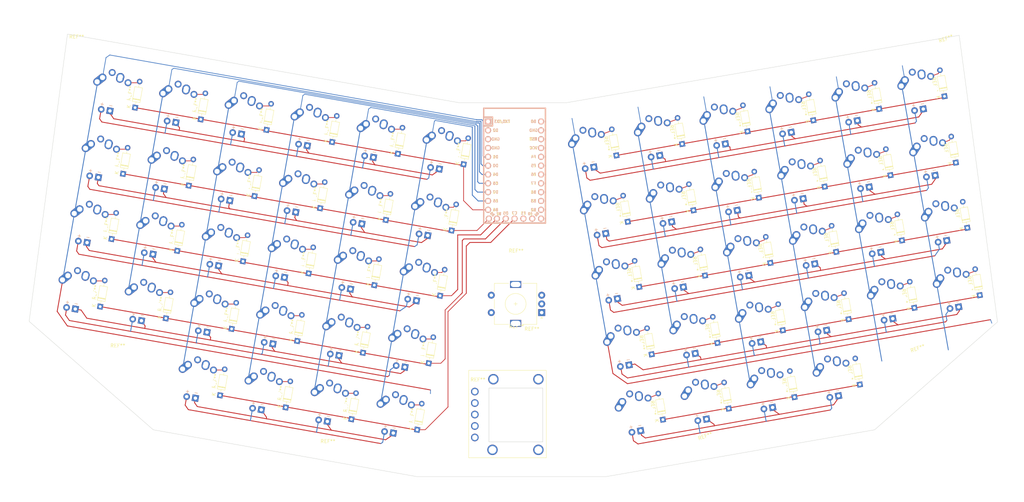
<source format=kicad_pcb>
(kicad_pcb (version 20211014) (generator pcbnew)
  (layers (0 "F.Cu" signal) (31 "B.Cu" signal) (34 "B.Paste" user) (35 "F.Paste" user) (36 "B.SilkS" user "B.Silkscreen") (37 "F.SilkS" user "F.Silkscreen") (38 "B.Mask" user) (39 "F.Mask" user) (44 "Edge.Cuts" user))
  (net 0 "")
  (footprint "" (layer "F.Cu") (at 256.623859 44.229308 10)
    (fp_text reference "")
    (fp_text value "")
  )
  (footprint "keyboards:MX-Alps-Choc-1U" (layer "F.Cu") (at 258.422981 99.777192 10)
    (fp_text reference "REF**")
    (fp_text value "1U")
  )
  (footprint "Diode_THT:D_DO-35_SOD27_P7.62mm_Horizontal" (layer "F.Cu") (at 247.845991 104.737221 100)
    (fp_text reference "REF**")
    (fp_text value "D_DO-35_SOD27_P7.62mm_Horizontal")
  )
  (footprint "keyboards:MX-Alps-Choc-1U" (layer "F.Cu") (at 185.8772 132.0292 10)
    (fp_text reference "REF**")
    (fp_text value "1U")
  )
  (footprint "keyboards:MX-Alps-Choc-1U" (layer "F.Cu") (at 204.837901 128.685916 10)
    (fp_text reference "REF**")
    (fp_text value "1U")
  )
  (footprint "Diode_THT:D_DO-35_SOD27_P7.62mm_Horizontal" (layer "F.Cu") (at 133.620019 79.211775 80)
    (fp_text reference "REF**")
    (fp_text value "D_DO-35_SOD27_P7.62mm_Horizontal")
  )
  (footprint "keyboards:MX-Alps-Choc-1U" (layer "F.Cu") (at 220.451549 106.472579 10)
    (fp_text reference "REF**")
    (fp_text value "1U")
  )
  (footprint "keyboards:MX-Alps-Choc-1U" (layer "F.Cu") (at 31.644469 58.703134 -10)
    (fp_text reference "REF**")
    (fp_text value "1U")
  )
  (footprint "keyboards:MX-Alps-Choc-1U" (layer "F.Cu") (at 85.168545 87.484748 -10)
    (fp_text reference "REF**")
    (fp_text value "1U")
  )
  (footprint "Diode_THT:D_DO-35_SOD27_P7.62mm_Horizontal" (layer "F.Cu") (at 278.692444 59.681899 100)
    (fp_text reference "REF**")
    (fp_text value "D_DO-35_SOD27_P7.62mm_Horizontal")
  )
  (footprint "Diode_THT:D_DO-35_SOD27_P7.62mm_Horizontal" (layer "F.Cu") (at 70.339799 107.515272 80)
    (fp_text reference "REF**")
    (fp_text value "D_DO-35_SOD27_P7.62mm_Horizontal")
  )
  (footprint "keyboards:MX-Alps-Choc-1U" (layer "F.Cu") (at 182.547774 113.120882 10)
    (fp_text reference "REF**")
    (fp_text value "1U")
  )
  (footprint "MountingHole:MountingHole_2.2mm_M2" (layer "F.Cu") (at 37.594773 115.543779)
    (fp_text reference "REF**")
    (fp_text value "MountingHole_2.2mm_M2")
  )
  (footprint "keyboards:MX-Alps-Choc-1U" (layer "F.Cu") (at 100.859556 109.956461 -10)
    (fp_text reference "REF**")
    (fp_text value "1U")
  )
  (footprint "MountingHole:MountingHole_2.2mm_M2" (layer "F.Cu") (at 98.044 143.0528)
    (fp_text reference "REF**")
    (fp_text value "MountingHole_2.2mm_M2")
  )
  (footprint "Diode_THT:D_DO-35_SOD27_P7.62mm_Horizontal" (layer "F.Cu") (at 263.192726 82.068295 100)
    (fp_text reference "REF**")
    (fp_text value "D_DO-35_SOD27_P7.62mm_Horizontal")
  )
  (footprint "Diode_THT:D_DO-35_SOD27_P7.62mm_Horizontal" (layer "F.Cu") (at 32.524377 101.105312 80)
    (fp_text reference "REF**")
    (fp_text value "D_DO-35_SOD27_P7.62mm_Horizontal")
  )
  (footprint "Diode_THT:D_DO-35_SOD27_P7.62mm_Horizontal" (layer "F.Cu") (at 123.719712 136.529388 80)
    (fp_text reference "REF**")
    (fp_text value "D_DO-35_SOD27_P7.62mm_Horizontal")
  )
  (footprint "keyboards:MX-Alps-Choc-1U" (layer "F.Cu") (at 116.476972 132.260443 -10)
    (fp_text reference "REF**")
    (fp_text value "1U")
  )
  (footprint "Diode_THT:D_DO-35_SOD27_P7.62mm_Horizontal" (layer "F.Cu") (at 259.884726 63.307708 100)
    (fp_text reference "REF**")
    (fp_text value "D_DO-35_SOD27_P7.62mm_Horizontal")
  )
  (footprint "keyboards:MX-Alps-Choc-1U" (layer "F.Cu") (at 267.186104 39.478213 10)
    (fp_text reference "REF**")
    (fp_text value "1U")
  )
  (footprint "Diode_THT:D_DO-35_SOD27_P7.62mm_Horizontal" (layer "F.Cu") (at 61.467797 47.248682 80)
    (fp_text reference "REF**")
    (fp_text value "D_DO-35_SOD27_P7.62mm_Horizontal")
  )
  (footprint "Diode_THT:D_DO-35_SOD27_P7.62mm_Horizontal" (layer "F.Cu") (at 237.704365 47.513741 100)
    (fp_text reference "REF**")
    (fp_text value "D_DO-35_SOD27_P7.62mm_Horizontal")
  )
  (footprint "keyboards:MX-Alps-Choc-1U" (layer "F.Cu") (at 223.848629 125.333811 10)
    (fp_text reference "REF**")
    (fp_text value "1U")
  )
  (footprint "Diode_THT:D_DO-35_SOD27_P7.62mm_Horizontal" (layer "F.Cu") (at 275.431574 40.603498 100)
    (fp_text reference "REF**")
    (fp_text value "D_DO-35_SOD27_P7.62mm_Horizontal")
  )
  (footprint "keyboards:MX-Alps-Choc-1U" (layer "F.Cu") (at 81.848826 106.604355 -10)
    (fp_text reference "REF**")
    (fp_text value "1U")
  )
  (footprint "Diode_THT:D_DO-35_SOD27_P7.62mm_Horizontal" (layer "F.Cu") (at 114.706446 76.186302 80)
    (fp_text reference "REF**")
    (fp_text value "D_DO-35_SOD27_P7.62mm_Horizontal")
  )
  (footprint "keyboards:MX-Alps-Choc-1U" (layer "F.Cu") (at 69.465814 65.372056 -10)
    (fp_text reference "REF**")
    (fp_text value "1U")
  )
  (footprint "Diode_THT:D_DO-35_SOD27_P7.62mm_Horizontal" (layer "F.Cu") (at 240.965233 66.592141 100)
    (fp_text reference "REF**")
    (fp_text value "D_DO-35_SOD27_P7.62mm_Horizontal")
  )
  (footprint "Diode_THT:D_DO-35_SOD27_P7.62mm_Horizontal" (layer "F.Cu") (at 191.181646 114.831841 100)
    (fp_text reference "REF**")
    (fp_text value "D_DO-35_SOD27_P7.62mm_Horizontal")
  )
  (footprint "keyboards:MX-Alps-Choc-1U" (layer "F.Cu") (at 53.924888 42.926809 -10)
    (fp_text reference "REF**")
    (fp_text value "1U")
  )
  (footprint "Diode_THT:D_DO-35_SOD27_P7.62mm_Horizontal" (layer "F.Cu") (at 67.02008 126.634879 80)
    (fp_text reference "REF**")
    (fp_text value "D_DO-35_SOD27_P7.62mm_Horizontal")
  )
  (footprint "keyboards:MX-Alps-Choc-1U" (layer "F.Cu") (at 24.9936 96.5708 -10)
    (fp_text reference "REF**")
    (fp_text value "1U")
  )
  (footprint "keyboards:MX-Alps-Choc-1U" (layer "F.Cu") (at 194.813104 71.94449 10)
    (fp_text reference "REF**")
    (fp_text value "1U")
  )
  (footprint "Diode_THT:D_DO-35_SOD27_P7.62mm_Horizontal" (layer "F.Cu") (at 92.496599 91.5624 80)
    (fp_text reference "REF**")
    (fp_text value "D_DO-35_SOD27_P7.62mm_Horizontal")
  )
  (footprint "Diode_THT:D_DO-35_SOD27_P7.62mm_Horizontal" (layer "F.Cu") (at 210.101138 111.547406 100)
    (fp_text reference "REF**")
    (fp_text value "D_DO-35_SOD27_P7.62mm_Horizontal")
  )
  (footprint "modules:Elite-C" (layer "F.Cu") (at 151.7396 61.82915 -90)
    (fp_text reference "U1" hide)
    (fp_text value "Elite-C" hide)
  )
  (footprint "" (layer "F.Cu") (at 118.16743 57.143188 -10)
    (fp_text reference "")
    (fp_text value "")
  )
  (footprint "Diode_THT:D_DO-35_SOD27_P7.62mm_Horizontal" (layer "F.Cu") (at 104.806139 133.503917 80)
    (fp_text reference "REF**")
    (fp_text value "D_DO-35_SOD27_P7.62mm_Horizontal")
  )
  (footprint "Diode_THT:D_DO-35_SOD27_P7.62mm_Horizontal" (layer "F.Cu") (at 39.104964 62.907305 80)
    (fp_text reference "REF**")
    (fp_text value "D_DO-35_SOD27_P7.62mm_Horizontal")
  )
  (footprint "keyboards:MX-Alps-Choc-1U" (layer "F.Cu") (at 191.393328 52.842525 10)
    (fp_text reference "REF**")
    (fp_text value "1U")
  )
  (footprint "keyboards:MX-Alps-Choc-1U" (layer "F.Cu") (at 119.820255 113.299744 -10)
    (fp_text reference "REF**")
    (fp_text value "1U")
  )
  (footprint "MountingHole:MountingHole_2.2mm_M2" (layer "F.Cu") (at 207.6704 141.3764 20)
    (fp_text reference "REF**")
    (fp_text value "MountingHole_2.2mm_M2")
  )
  (footprint "keyboards:MX-Alps-Choc-1U" (layer "F.Cu") (at 248.225402 42.821497 10)
    (fp_text reference "REF**")
    (fp_text value "1U")
  )
  (footprint "Diode_THT:D_DO-35_SOD27_P7.62mm_Horizontal" (layer "F.Cu") (at 54.698817 85.052384 80)
    (fp_text reference "REF**")
    (fp_text value "D_DO-35_SOD27_P7.62mm_Horizontal")
  )
  (footprint "Diode_THT:D_DO-35_SOD27_P7.62mm_Horizontal" (layer "F.Cu") (at 218.767228 50.69812 100)
    (fp_text reference "REF**")
    (fp_text value "D_DO-35_SOD27_P7.62mm_Horizontal")
  )
  (footprint "keyboards:MX-Alps-Choc-1U" (layer "F.Cu") (at 172.432628 56.185808 10)
    (fp_text reference "REF**")
    (fp_text value "1U")
  )
  (footprint "keyboards:MX-Alps-Choc-1U" (layer "F.Cu") (at 210.253973 49.516886 10)
    (fp_text reference "REF**")
    (fp_text value "1U")
  )
  (footprint "Diode_THT:D_DO-35_SOD27_P7.62mm_Horizontal" (layer "F.Cu") (at 181.040018 57.608364 100)
    (fp_text reference "REF**")
    (fp_text value "D_DO-35_SOD27_P7.62mm_Horizontal")
  )
  (footprint "keyboards:MX-Alps-Choc-1U" (layer "F.Cu") (at 235.992475 84.027331 10)
    (fp_text reference "REF**")
    (fp_text value "1U")
  )
  (footprint "keyboards:MX-Alps-Choc-1U" (layer "F.Cu") (at 175.852404 75.287773 10)
    (fp_text reference "REF**")
    (fp_text value "1U")
  )
  (footprint "Diode_THT:D_DO-35_SOD27_P7.62mm_Horizontal" (layer "F.Cu") (at 127.03943 117.409781 80)
    (fp_text reference "REF**")
    (fp_text value "D_DO-35_SOD27_P7.62mm_Horizontal")
  )
  (footprint "Diode_THT:D_DO-35_SOD27_P7.62mm_Horizontal" (layer "F.Cu") (at 42.565946 43.864192 80)
    (fp_text reference "REF**")
    (fp_text value "D_DO-35_SOD27_P7.62mm_Horizontal")
  )
  (footprint "keyboards:MX-Alps-Choc-1U" (layer "F.Cu") (at 104.179275 90.836853 -10)
    (fp_text reference "REF**")
    (fp_text value "1U")
  )
  (footprint "Diode_THT:D_DO-35_SOD27_P7.62mm_Horizontal" (layer "F.Cu") (at 85.904288 130.119427 80)
    (fp_text reference "REF**")
    (fp_text value "D_DO-35_SOD27_P7.62mm_Horizontal")
  )
  (footprint "Diode_THT:D_DO-35_SOD27_P7.62mm_Horizontal" (layer "F.Cu") (at 73.612389 88.077855 80)
    (fp_text reference "REF**")
    (fp_text value "D_DO-35_SOD27_P7.62mm_Horizontal")
  )
  (footprint "keyboards:MX-Alps-Choc-1U" (layer "F.Cu") (at 66.207844 84.141465 -10)
    (fp_text reference "REF**")
    (fp_text value "1U")
  )
  (footprint "MountingHole:MountingHole_2.2mm_M2" (layer "F.Cu") (at 25.7556 26.67)
    (fp_text reference "REF**")
    (fp_text value "MountingHole_2.2mm_M2")
  )
  (footprint "Rotary_Encoder:RotaryEncoder_Alps_EC11E-Switch_Vertical_H20mm" (layer "F.Cu") (at 159.5484 102.83 180)
    (fp_text reference "REF**")
    (fp_text value "RotaryEncoder_Alps_EC11E-Switch_Vertical_H20mm")
  )
  (footprint "Diode_THT:D_DO-35_SOD27_P7.62mm_Horizontal" (layer "F.Cu") (at 203.220381 73.402328 100)
    (fp_text reference "REF**")
    (fp_text value "D_DO-35_SOD27_P7.62mm_Horizontal")
  )
  (footprint "MountingHole:MountingHole_2.2mm_M2" (layer "F.Cu") (at 276.9108 27.0256 20)
    (fp_text reference "REF**")
    (fp_text value "MountingHole_2.2mm_M2")
  )
  (footprint "Diode_THT:D_DO-35_SOD27_P7.62mm_Horizontal" (layer "F.Cu") (at 199.959512 54.32393 100)
    (fp_text reference "REF**")
    (fp_text value "D_DO-35_SOD27_P7.62mm_Horizontal")
  )
  (footprint "keyboards:MX-Alps-Choc-1U" (layer "F.Cu") (at 213.673748 68.618848 10)
    (fp_text reference "REF**")
    (fp_text value "1U")
  )
  (footprint "keyboards:MX-Alps-Choc-1U" (layer "F.Cu") (at 270.605879 58.580178 10)
    (fp_text reference "REF**")
    (fp_text value "1U")
  )
  (footprint "Diode_THT:D_DO-35_SOD27_P7.62mm_Horizontal" (layer "F.Cu") (at 95.804595 72.801812 80)
    (fp_text reference "REF**")
    (fp_text value "D_DO-35_SOD27_P7.62mm_Horizontal")
  )
  (footprint "keyboards:MX-Alps-Choc-1U" (layer "F.Cu") (at 277.38368 96.43391 10)
    (fp_text reference "REF**")
    (fp_text value "1U")
  )
  (footprint "keyboards:MX-Alps-Choc-1U" (layer "F.Cu") (at 242.809329 121.990528 10)
    (fp_text reference "REF**")
    (fp_text value "1U")
  )
  (footprint "keyboards:MX-Alps-Choc-1U" (layer "F.Cu") (at 198.17113 90.696255 10)
    (fp_text reference "REF**")
    (fp_text value "1U")
  )
  (footprint "Diode_THT:D_DO-35_SOD27_P7.62mm_Horizontal" (layer "F.Cu") (at 222.028097 69.776519 100)
    (fp_text reference "REF**")
    (fp_text value "D_DO-35_SOD27_P7.62mm_Horizontal")
  )
  (footprint "Diode_THT:D_DO-35_SOD27_P7.62mm_Horizontal" (layer "F.Cu") (at 184.300887 76.686762 100)
    (fp_text reference "REF**")
    (fp_text value "D_DO-35_SOD27_P7.62mm_Horizontal")
  )
  (footprint "keyboards:MX-Alps-Choc-1U" (layer "F.Cu") (at 91.746233 49.595734 -10)
    (fp_text reference "REF**")
    (fp_text value "1U")
  )
  (footprint "keyboards:MX-Alps-Choc-1U" (layer "F.Cu") (at 50.605169 62.046417 -10)
    (fp_text reference "REF**")
    (fp_text value "1U")
  )
  (footprint "MountingHole:MountingHole_3.2mm_M3" (layer "F.Cu") (at 152.2984 110.998)
    (fp_text reference "REF**")
    (fp_text value "MountingHole_3.2mm_M3")
  )
  (footprint "keyboards:MX-Alps-Choc-1U" (layer "F.Cu") (at 239.41225 103.129296 10)
    (fp_text reference "REF**")
    (fp_text value "1U")
  )
  (footprint "keyboards:MX-Alps-Choc-1U" (layer "F.Cu") (at 251.645178 61.923462 10)
    (fp_text reference "REF**")
    (fp_text value "1U")
  )
  (footprint "keyboards:MX-Alps-Choc-1U" (layer "F.Cu") (at 217.031774 87.370614 10)
    (fp_text reference "REF**")
    (fp_text value "1U")
  )
  (footprint "Diode_THT:D_DO-35_SOD27_P7.62mm_Horizontal" (layer "F.Cu") (at 225.336095 88.537108 100)
    (fp_text reference "REF**")
    (fp_text value "D_DO-35_SOD27_P7.62mm_Horizontal")
  )
  (footprint "keyboards:MX-Alps-Choc-1U" (layer "F.Cu") (at 255.003205 80.675227 10)
    (fp_text reference "REF**")
    (fp_text value "1U")
  )
  (footprint "Diode_THT:D_DO-35_SOD27_P7.62mm_Horizontal" (layer "F.Cu") (at 111.39845 94.94689 80)
    (fp_text reference "REF**")
    (fp_text value "D_DO-35_SOD27_P7.62mm_Horizontal")
  )
  (footprint "Diode_THT:D_DO-35_SOD27_P7.62mm_Horizontal" (layer "F.Cu") (at 213.348133 130.435104 100)
    (fp_text reference "REF**")
    (fp_text value "D_DO-35_SOD27_P7.62mm_Horizontal")
  )
  (footprint "Diode_THT:D_DO-35_SOD27_P7.62mm_Horizontal" (layer "F.Cu") (at 194.410997 133.61948 100)
    (fp_text reference "REF**")
    (fp_text value "D_DO-35_SOD27_P7.62mm_Horizontal")
  )
  (footprint "keyboards:MX-Alps-Choc-1U" (layer "F.Cu") (at 59.544842 122.221774 -10)
    (fp_text reference "REF**")
    (fp_text value "1U")
  )
  (footprint "Diode_THT:D_DO-35_SOD27_P7.62mm_Horizontal" (layer "F.Cu") (at 118.16743 57.143188 80)
    (fp_text reference "REF**")
    (fp_text value "D_DO-35_SOD27_P7.62mm_Horizontal")
  )
  (footprint "Diode_THT:D_DO-35_SOD27_P7.62mm_Horizontal" (layer "F.Cu") (at 108.125858 114.38431 80)
    (fp_text reference "REF**")
    (fp_text value "D_DO-35_SOD27_P7.62mm_Horizontal")
  )
  (footprint "Diode_THT:D_DO-35_SOD27_P7.62mm_Horizontal" (layer "F.Cu") (at 51.426227 104.489801 80)
    (fp_text reference "REF**")
    (fp_text value "D_DO-35_SOD27_P7.62mm_Horizontal")
  )
  (footprint "keyboards:MX-Alps-Choc-1U" (layer "F.Cu") (at 273.963904 77.331944 10)
    (fp_text reference "REF**")
    (fp_text value "1U")
  )
  (footprint "Diode_THT:D_DO-35_SOD27_P7.62mm_Horizontal" (layer "F.Cu") (at 244.273232 85.352729 100)
    (fp_text reference "REF**")
    (fp_text value "D_DO-35_SOD27_P7.62mm_Horizontal")
  )
  (footprint "keyboards:MX-Alps-Choc-1U" (layer "F.Cu") (at 28.386499 77.472543 -10)
    (fp_text reference "REF**")
    (fp_text value "1U")
  )
  (footprint "Diode_THT:D_DO-35_SOD27_P7.62mm_Horizontal" (layer "F.Cu") (at 35.796966 81.667894 80)
    (fp_text reference "REF**")
    (fp_text value "D_DO-35_SOD27_P7.62mm_Horizontal")
  )
  (footprint "Diode_THT:D_DO-35_SOD27_P7.62mm_Horizontal" (layer "F.Cu") (at 256.623859 44.229308 100)
    (fp_text reference "REF**")
    (fp_text value "D_DO-35_SOD27_P7.62mm_Horizontal")
  )
  (footprint "keyboards:MX-Alps-Choc-1U" (layer "F.Cu") (at 72.785532 46.252451 -10)
    (fp_text reference "REF**")
    (fp_text value "1U")
  )
  (footprint "keyboards:MX-Alps-Choc-1U" (layer "F.Cu") (at 126.397944 75.410727 -10)
    (fp_text reference "REF**")
    (fp_text value "1U")
  )
  (footprint "keyboards:MX-Alps-Choc-1U" (layer "F.Cu") (at 34.964188 39.583526 -10)
    (fp_text reference "REF**")
    (fp_text value "1U")
  )
  (footprint "keyboards:MX-Alps-Choc-1U" (layer "F.Cu") (at 229.214674 46.173602 10)
    (fp_text reference "REF**")
    (fp_text value "1U")
  )
  (footprint "MountingHole:MountingHole_2.2mm_M2" (layer "F.Cu") (at 268.7828 116.1288 20)
    (fp_text reference "REF**")
    (fp_text value "MountingHole_2.2mm_M2")
  )
  (footprint "keyboards:MX-Alps-Choc-1U" (layer "F.Cu") (at 179.21043 94.039539 10)
    (fp_text reference "REF**")
    (fp_text value "1U")
  )
  (footprint "Diode_THT:D_DO-35_SOD27_P7.62mm_Horizontal" (layer "F.Cu") (at 187.608885 95.447351 100)
    (fp_text reference "REF**")
    (fp_text value "D_DO-35_SOD27_P7.62mm_Horizontal")
  )
  (footprint "keyboards:MX-Alps-Choc-1U" (layer "F.Cu") (at 107.437243 72.067445 -10)
    (fp_text reference "REF**")
    (fp_text value "1U")
  )
  (footprint "Diode_THT:D_DO-35_SOD27_P7.62mm_Horizontal" (layer "F.Cu") (at 137.081001 60.168659 80)
    (fp_text reference "REF**")
    (fp_text value "D_DO-35_SOD27_P7.62mm_Horizontal")
  )
  (footprint "keyboards:MX-Alps-Choc-1U" (layer "F.Cu") (at 62.888125 103.261072 -10)
    (fp_text reference "REF**")
    (fp_text value "1U")
  )
  (footprint "Diode_THT:D_DO-35_SOD27_P7.62mm_Horizontal" (layer "F.Cu") (at 228.908854 107.921597 100)
    (fp_text reference "REF**")
    (fp_text value "D_DO-35_SOD27_P7.62mm_Horizontal")
  )
  (footprint "Diode_THT:D_DO-35_SOD27_P7.62mm_Horizontal" (layer "F.Cu") (at 285.573201 97.826978 100)
    (fp_text reference "REF**")
    (fp_text value "D_DO-35_SOD27_P7.62mm_Horizontal")
  )
  (footprint "Diode_THT:D_DO-35_SOD27_P7.62mm_Horizontal" (layer "F.Cu") (at 282.000441 78.442486 100)
    (fp_text reference "REF**")
    (fp_text value "D_DO-35_SOD27_P7.62mm_Horizontal")
  )
  (footprint "keyboards:MX-Alps-Choc-1U" (layer "F.Cu") (at 44.027481 99.935433 -10)
    (fp_text reference "REF**")
    (fp_text value "1U")
  )
  (footprint "keyboards:MX-Alps-Choc-1U" (layer "F.Cu") (at 88.426514 68.715339 -10)
    (fp_text reference "REF**")
    (fp_text value "1U")
  )
  (footprint "Diode_THT:D_DO-35_SOD27_P7.62mm_Horizontal" (layer "F.Cu") (at 89.224007 110.99982 80)
    (fp_text reference "REF**")
    (fp_text value "D_DO-35_SOD27_P7.62mm_Horizontal")
  )
  (footprint "Diode_THT:D_DO-35_SOD27_P7.62mm_Horizontal" (layer "F.Cu") (at 58.006815 66.291795 80)
    (fp_text reference "REF**")
    (fp_text value "D_DO-35_SOD27_P7.62mm_Horizontal")
  )
  (footprint "modules:Pimoroni tb" (layer "F.Cu") (at 149.8346 129.4892)
    (fp_text reference "REF**")
    (fp_text value "Pimoroni tb")
    (fp_rect (start 10.033 -4.953) (end -5.461 10.541) (layer "Edge.Cuts") (width 0.12) (fill none))
  )
  (footprint "keyboards:MX-Alps-Choc-1U" (layer "F.Cu") (at 110.756962 52.947837 -10)
    (fp_text reference "REF**")
    (fp_text value "1U")
  )
  (footprint "keyboards:MX-Alps-Choc-1U" (layer "F.Cu") (at 232.634448 65.275565 10)
    (fp_text reference "REF**")
    (fp_text value "1U")
  )
  (footprint "Diode_THT:D_DO-35_SOD27_P7.62mm_Horizontal" (layer "F.Cu") (at 76.920387 69.317266 80)
    (fp_text reference "REF**")
    (fp_text value "D_DO-35_SOD27_P7.62mm_Horizontal")
  )
  (footprint "Diode_THT:D_DO-35_SOD27_P7.62mm_Horizontal" (layer "F.Cu") (at 80.381369 50.274153 80)
    (fp_text reference "REF**")
    (fp_text value "D_DO-35_SOD27_P7.62mm_Horizontal")
  )
  (footprint "Diode_THT:D_DO-35_SOD27_P7.62mm_Horizontal" (layer "F.Cu") (at 130.312021 97.972361 80)
    (fp_text reference "REF**")
    (fp_text value "D_DO-35_SOD27_P7.62mm_Horizontal")
  )
  (footprint "MountingHole:MountingHole_3.2mm_M3" (layer "F.Cu") (at 152.1968 89.2556)
    (fp_text reference "REF**")
    (fp_text value "MountingHole_3.2mm_M3")
  )
  (footprint "Diode_THT:D_DO-35_SOD27_P7.62mm_Horizontal" (layer "F.Cu") (at 99.265579 53.758698 80)
    (fp_text reference "REF**")
    (fp_text value "D_DO-35_SOD27_P7.62mm_Horizontal")
  )
  (footprint "Diode_THT:D_DO-35_SOD27_P7.62mm_Horizontal" (layer "F.Cu") (at 206.528379 92.162917 100)
    (fp_text reference "REF**")
    (fp_text value "D_DO-35_SOD27_P7.62mm_Horizontal")
  )
  (footprint "keyboards:MX-Alps-Choc-1U" (layer "F.Cu") (at 78.505543 125.565057 -10)
    (fp_text reference "REF**")
    (fp_text value "1U")
  )
  (footprint "Diode_THT:D_DO-35_SOD27_P7.62mm_Horizontal" (layer "F.Cu") (at 266.765485 101.452788 100)
    (fp_text reference "REF**")
    (fp_text value "D_DO-35_SOD27_P7.62mm_Horizontal")
  )
  (footprint "keyboards:MX-Alps-Choc-1U" (layer "F.Cu") (at 129.717664 56.29112 -10)
    (fp_text reference "REF**")
    (fp_text value "1U")
  )
  (footprint "Diode_THT:D_DO-35_SOD27_P7.62mm_Horizontal" (layer "F.Cu") (at 251.075344 123.524861 100)
    (fp_text reference "REF**")
    (fp_text value "D_DO-35_SOD27_P7.62mm_Horizontal")
  )
  (footprint "keyboards:MX-Alps-Choc-1U" (layer "F.Cu") (at 201.590906 109.798221 10)
    (fp_text reference "REF**")
    (fp_text value "1U")
  )
  (footprint "keyboards:MX-Alps-Choc-1U" (layer "F.Cu") (at 123.139974 94.180136 -10)
    (fp_text reference "REF**")
    (fp_text value "1U")
  )
  (footprint "keyboards:MX-Alps-Choc-1U" (layer "F.Cu") (at 47.3472 80.815825 -10)
    (fp_text reference "REF**")
    (fp_text value "1U")
  )
  (footprint "Diode_THT:D_DO-35_SOD27_P7.62mm_Horizontal" (layer "F.Cu") (at 232.267627 127.150671 100)
    (fp_text reference "REF**")
    (fp_text value "D_DO-35_SOD27_P7.62mm_Horizontal")
  )
  (footprint "keyboards:MX-Alps-Choc-1U" (layer "F.Cu") (at 97.516272 128.91716 -10)
    (fp_text reference "REF**")
    (fp_text value "1U")
  )
  (gr_poly (pts (xy 135.89 42.4688) (xy 166.5224 42.4688) (xy 279.654 23.0632) (xy 290.6776 105.5116) (xy 255.3208 136.5504) (xy 178.1048 150.0124) (xy 123.5964 150.0124) (xy 47.8028 136.5504) (xy 12.0904 105.3592) (xy 23.114 22.7076)) (layer "Edge.Cuts") (width 0.1) (fill none))
  (segment (start 214.518149 44.906375) (end 217.080343 43.973813) (width 0.2) (layer "F.Cu") (net 0))
  (segment (start 231.559224 52.15657) (end 232.500817 52.81588) (width 0.25) (layer "F.Cu") (net 0))
  (segment (start 124.959945 82.688385) (end 126.607733 81.534593) (width 0.25) (layer "F.Cu") (net 0))
  (segment (start 63.38102 92.566995) (end 82.391749 95.919101) (width 0.25) (layer "F.Cu") (net 0))
  (segment (start 221.29595 82.760104) (end 223.598221 81.922145) (width 0.2) (layer "F.Cu") (net 0))
  (segment (start 88.795087 73.938696) (end 88.512805 75.539599) (width 0.25) (layer "F.Cu") (net 0))
  (segment (start 201.875142 97.368019) (end 220.835844 94.024736) (width 0.25) (layer "F.Cu") (net 0))
  (segment (start 178.841857 99.262895) (end 179.344672 102.114504) (width 0.25) (layer "F.Cu") (net 0))
  (segment (start 184.300887 76.686762) (end 278.403996 60.093845) (width 0.25) (layer "F.Cu") (net 0))
  (segment (start 25.435355 101.815505) (end 27.036257 102.097789) (width 0.25) (layer "F.Cu") (net 0))
  (segment (start 40.54809 36.709497) (end 43.539605 36.709497) (width 0.2) (layer "F.Cu") (net 0))
  (segment (start 74.241772 81.267436) (end 74.935588 80.57362) (width 0.2) (layer "F.Cu") (net 0))
  (segment (start 67.506657 91.695362) (end 86.467356 95.038645) (width 0.25) (layer "F.Cu") (net 0))
  (segment (start 234.767287 70.057856) (end 235.04957 71.658758) (width 0.25) (layer "F.Cu") (net 0))
  (segment (start 133.620019 79.211775) (end 140.935575 79.211775) (width 0.2) (layer "F.Cu") (net 0))
  (segment (start 227.929302 132.09391) (end 243.538112 129.341658) (width 0.25) (layer "F.Cu") (net 0))
  (segment (start 60.337908 111.580624) (end 78.798325 114.835695) (width 0.25) (layer "F.Cu") (net 0))
  (segment (start 210.552921 58.233397) (end 229.613678 54.87247) (width 0.25) (layer "F.Cu") (net 0))
  (segment (start 40.002128 55.829105) (end 40.428163 55.40307) (width 0.2) (layer "F.Cu") (net 0))
  (segment (start 113.021145 69.193416) (end 115.518296 69.193416) (width 0.2) (layer "F.Cu") (net 0))
  (segment (start 180.286267 102.773815) (end 198.546571 99.554031) (width 0.25) (layer "F.Cu") (net 0))
  (segment (start 132.590773 102.538979) (end 132.590773 129.970979) (width 0.2) (layer "F.Cu") (net 0))
  (segment (start 255.328615 89.541823) (end 272.638385 86.489646) (width 0.25) (layer "F.Cu") (net 0))
  (segment (start 183.474605 89.429029) (end 186.025785 88.500475) (width 0.2) (layer "F.Cu") (net 0))
  (segment (start 136.669054 60.457107) (end 137.081001 60.168659) (width 0.25) (layer "F.Cu") (net 0))
  (segment (start 114.647569 139.417504) (end 116.766153 137.934055) (width 0.25) (layer "F.Cu") (net 0))
  (segment (start 191.642249 61.567859) (end 210.552921 58.233397) (width 0.25) (layer "F.Cu") (net 0))
  (segment (start 36.430726 47.063832) (end 55.241342 50.380651) (width 0.25) (layer "F.Cu") (net 0))
  (segment (start 70.085229 54.545539) (end 89.145986 57.906463) (width 0.25) (layer "F.Cu") (net 0))
  (segment (start 137.16 81.6356) (end 143.36315 81.6356) (width 0.25) (layer "F.Cu") (net 0))
  (segment (start 42.565946 43.864192) (end 136.669054 60.457107) (width 0.25) (layer "F.Cu") (net 0))
  (segment (start 128.082451 63.224502) (end 130.024486 61.864675) (width 0.25) (layer "F.Cu") (net 0))
  (segment (start 219.164613 92.152905) (end 219.305755 92.953358) (width 0.25) (layer "F.Cu") (net 0))
  (segment (start 82.217399 111.827713) (end 82.02333 112.928334) (width 0.25) (layer "F.Cu") (net 0))
  (segment (start 107.805816 77.2908) (end 107.620568 78.341393) (width 0.25) (layer "F.Cu") (net 0))
  (segment (start 50.973744 67.269773) (end 50.735567 68.620536) (width 0.25) (layer "F.Cu") (net 0))
  (segment (start 71.286992 100.387043) (end 71.662998 100.011037) (width 0.2) (layer "F.Cu") (net 0))
  (segment (start 250.569953 48.804464) (end 251.511546 49.463775) (width 0.25) (layer "F.Cu") (net 0))
  (segment (start 94.010416 65.84131) (end 96.584061 65.84131) (width 0.2) (layer "F.Cu") (net 0))
  (segment (start 44.396054 105.158788) (end 45.467434 106.688878) (width 0.25) (layer "F.Cu") (net 0))
  (segment (start 26.253661 82.254832) (end 25.750845 85.106441) (width 0.25) (layer "F.Cu") (net 0))
  (segment (start 122.060874 129.386414) (end 124.68165 129.386414) (width 0.2) (layer "F.Cu") (net 0))
  (segment (start 259.267381 76.064716) (end 261.558636 75.230767) (width 0.2) (layer "F.Cu") (net 0))
  (segment (start 239.317059 59.784816) (end 239.642034 59.087906) (width 0.2) (layer "F.Cu") (net 0))
  (segment (start 219.305755 92.953358) (end 220.835844 94.024736) (width 0.25) (layer "F.Cu") (net 0))
  (segment (start 193.526167 57.624816) (end 195.056256 58.696194) (width 0.25) (layer "F.Cu") (net 0))
  (segment (start 178.437021 111.30169) (end 180.033682 120.356802) (width 0.25) (layer "F.Cu") (net 0))
  (segment (start 32.831349 44.365816) (end 32.354997 47.067341) (width 0.25) (layer "F.Cu") (net 0))
  (segment (start 258.407046 87.399919) (end 274.816308 84.506525) (width 0.25) (layer "F.Cu") (net 0))
  (segment (start 205.855082 105.18771) (end 208.732613 104.140374) (width 0.2) (layer "F.Cu") (net 0))
  (segment (start 243.676426 98.518785) (end 246.382494 97.533857) (width 0.2) (layer "F.Cu") (net 0))
  (segment (start 73.901874 53.671006) (end 92.562405 56.96136) (width 0.25) (layer "F.Cu") (net 0))
  (segment (start 99.03876 136.665248) (end 114.647569 139.417504) (width 0.25) (layer "F.Cu") (net 0))
  (segment (start 35.332761 44.806884) (end 35.235726 45.357193) (width 0.25) (layer "F.Cu") (net 0))
  (segment (start 266.984769 48.282939) (end 267.025977 48.224089) (width 0.25) (layer "F.Cu") (net 0))
  (segment (start 92.114806 54.819089) (end 91.903094 56.019768) (width 0.25) (layer "F.Cu") (net 0))
  (segment (start 241.739159 109.012208) (end 242.79845 109.753931) (width 0.25) (layer "F.Cu") (net 0))
  (segment (start 74.060658 52.770498) (end 73.901874 53.671006) (width 0.25) (layer "F.Cu") (net 0))
  (segment (start 108.056659 61.240925) (end 126.517077 64.495995) (width 0.25) (layer "F.Cu") (net 0))
  (segment (start 135.382 80.4672) (end 141.99155 80.4672) (width 0.25) (layer "F.Cu") (net 0))
  (segment (start 28.755072 82.695898) (end 28.561003 83.796521) (width 0.25) (layer "F.Cu") (net 0))
  (segment (start 217.257129 96.254854) (end 236.267859 92.902751) (width 0.25) (layer "F.Cu") (net 0))
  (segment (start 195.056256 58.696194) (end 195.179755 59.396591) (width 0.25) (layer "F.Cu") (net 0))
  (segment (start 82.765054 113.987625) (end 102.025924 117.383836) (width 0.25) (layer "F.Cu") (net 0))
  (segment (start 186.529369 140.116007) (end 187.235562 140.610492) (width 0.25) (layer "F.Cu") (net 0))
  (segment (start 246.382494 97.533857) (end 246.522792 97.232986) (width 0.2) (layer "F.Cu") (net 0))
  (segment (start 89.089703 76.363494) (end 108.650741 79.812632) (width 0.25) (layer "F.Cu") (net 0))
  (segment (start 182.723059 69.728581) (end 182.977688 69.182527) (width 0.2) (layer "F.Cu") (net 0))
  (segment (start 261.558636 75.230767) (end 261.869527 74.56406) (width 0.2) (layer "F.Cu") (net 0))
  (segment (start 135.382 96.191752) (end 135.382 80.4672) (width 0.25) (layer "F.Cu") (net 0))
  (segment (start 36.68531 74.598514) (end 37.120165 74.163659) (width 0.2) (layer "F.Cu") (net 0))
  (segment (start 209.218743 135.393087) (end 227.929302 132.09391) (width 0.25) (layer "F.Cu") (net 0))
  (segment (start 32.157571 66.324824) (end 51.518498 69.738676) (width 0.25) (layer "F.Cu") (net 0))
  (segment (start 137.859476 83.679324) (end 138.8872 82.6516) (width 0.25) (layer "F.Cu") (net 0))
  (segment (start 255.040759 37.282432) (end 255.30066 36.725073) (width 0.2) (layer "F.Cu") (net 0))
  (segment (start 181.040018 57.608364) (end 275.143126 41.015445) (width 0.25) (layer "F.Cu") (net 0))
  (segment (start 126.517077 64.495995) (end 126.575928 64.454788) (width 0.25) (layer "F.Cu") (net 0))
  (segment (start 138.8872 82.6516) (end 144.88715 82.6516) (width 0.25) (layer "F.Cu") (net 0))
  (segment (start 262.05932 106.35772) (end 278.968863 103.376113) (width 0.25) (layer "F.Cu") (net 0))
  (segment (start 198.452031 47.214889) (end 198.636313 46.819695) (width 0.2) (layer "F.Cu") (net 0))
  (segment (start 29.51163 63.485423) (end 28.973529 66.537145) (width 0.25) (layer "F.Cu") (net 0))
  (segment (start 275.143126 41.015445) (end 275.431574 40.603498) (width 0.25) (layer "F.Cu") (net 0))
  (segment (start 88.512805 75.539599) (end 89.089703 76.363494) (width 0.25) (layer "F.Cu") (net 0))
  (segment (start 258.255908 56.458875) (end 258.561527 55.803473) (width 0.2) (layer "F.Cu") (net 0))
  (segment (start 123.429155 99.853748) (end 123.508547 99.403494) (width 0.25) (layer "F.Cu") (net 0))
  (segment (start 222.584388 111.25487) (end 224.114477 112.326248) (width 0.25) (layer "F.Cu") (net 0))
  (segment (start 215.806587 73.401139) (end 216.141797 75.302213) (width 0.25) (layer "F.Cu") (net 0))
  (segment (start 211.979609 123.028069) (end 212.024934 122.930869) (width 0.2) (layer "F.Cu") (net 0))
  (segment (start 262.687156 95.166681) (end 265.321342 94.207916) (width 0.2) (layer "F.Cu") (net 0))
  (segment (start 105.077859 98.320179) (end 121.48712 101.213576) (width 0.25) (layer "F.Cu") (net 0))
  (segment (start 201.839827 118.523552) (end 220.900584 115.162626) (width 0.25) (layer "F.Cu") (net 0))
  (segment (start 177.985242 80.070062) (end 178.293989 81.821052) (width 0.25) (layer "F.Cu") (net 0))
  (segment (start 200.462753 96.379055) (end 201.875142 97.368019) (width 0.25) (layer "F.Cu") (net 0))
  (segment (start 92.562405 56.96136) (end 111.573134 60.313464) (width 0.25) (layer "F.Cu") (net 0))
  (segment (start 136.284676 97.575076) (end 136.7028 97.156952) (width 0.25) (layer "F.Cu") (net 0))
  (segment (start 181.537338 99.922451) (end 182.714329 100.746589) (width 0.25) (layer "F.Cu") (net 0))
  (segment (start 21.755729 93.429137) (end 20.159069 102.484249) (width 0.25) (layer "F.Cu") (net 0))
  (segment (start 220.835844 94.024736) (end 239.796543 90.681453) (width 0.25) (layer "F.Cu") (net 0))
  (segment (start 268.020863 46.552737) (end 269.380691 44.610702) (width 0.25) (layer "F.Cu") (net 0))
  (segment (start 107.620568 78.341393) (end 108.650741 79.812632) (width 0.25) (layer "F.Cu") (net 0))
  (segment (start 185.508628 137.252555) (end 185.940873 139.703938) (width 0.25) (layer "F.Cu") (net 0))
  (segment (start 102.025924 117.383836) (end 118.935467 120.365446) (width 0.25) (layer "F.Cu") (net 0))
  (segment (start 130.521571 117.409781) (end 127.03943 117.409781) (width 0.2) (layer "F.Cu") (net 0))
  (segment (start 260.555818 104.559481) (end 260.70578 105.409961) (width 0.25) (layer "F.Cu") (net 0))
  (segment (start 56.97976 129.455446) (end 57.391829 130.043942) (width 0.25) (layer "F.Cu") (net 0))
  (segment (start 65.128744 119.347745) (end 68.126178 119.347745) (width 0.2) (layer "F.Cu") (net 0))
  (segment (start 213.681503 55.205728) (end 213.840287 56.106236) (width 0.25) (layer "F.Cu") (net 0))
  (segment (start 90.312465 103.730326) (end 90.547206 103.495585) (width 0.2) (layer "F.Cu") (net 0))
  (segment (start 275.781555 105.48563) (end 276.111212 105.014834) (width 0.25) (layer "F.Cu") (net 0))
  (segment (start 110.913823 59.371871) (end 111.573134 60.313464) (width 0.25) (layer "F.Cu") (net 0))
  (segment (start 128.723876 91.306107) (end 130.797239 91.306107) (width 0.2) (layer "F.Cu") (net 0))
  (segment (start 229.613678 54.87247) (end 248.524351 51.538008) (width 0.25) (layer "F.Cu") (net 0))
  (segment (start 272.638385 86.489646) (end 272.720799 86.371946) (width 0.25) (layer "F.Cu") (net 0))
  (segment (start 123.602012 136.6118) (end 123.719712 136.529388) (width 0.25) (layer "F.Cu") (net 0))
  (segment (start 178.293989 81.821052) (end 178.941334 82.274328) (width 0.25) (layer "F.Cu") (net 0))
  (segment (start 26.410157 86.048035) (end 44.670461 89.26782) (width 0.25) (layer "F.Cu") (net 0))
  (segment (start 140.935575 79.211775) (end 144.3482 75.79915) (width 0.2) (layer "F.Cu") (net 0))
  (segment (start 63.256698 108.48443) (end 64.328078 110.014517) (width 0.25) (layer "F.Cu") (net 0))
  (segment (start 33.014308 48.008934) (end 51.174557 51.211077) (width 0.25) (layer "F.Cu") (net 0))
  (segment (start 137.081001 60.168659) (end 137.081001 70.634601) (width 0.2) (layer "F.Cu") (net 0))
  (segment (start 94.857175 137.269099) (end 113.267565 140.515346) (width 0.25) (layer "F.Cu") (net 0))
  (segment (start 187.235562 140.610492) (end 205.045613 137.470097) (width 0.25) (layer "F.Cu") (net 0))
  (segment (start 176.845825 84.139747) (end 195.206187 80.90232) (width 0.25) (layer "F.Cu") (net 0))
  (segment (start 179.344672 102.114504) (end 180.286267 102.773815) (width 0.25) (layer "F.Cu") (net 0))
  (segment (start 115.218879 121.25762) (end 115.689677 120.927966) (width 0.25) (layer "F.Cu") (net 0))
  (segment (start 239.361001 111.907558) (end 258.721927 108.493703) (width 0.25) (layer "F.Cu") (net 0))
  (segment (start 58.945186 59.172388) (end 59.330014 58.78756) (width 0.2) (layer "F.Cu") (net 0))
  (segment (start 75.696362 133.890529) (end 94.857175 137.269099) (width 0.25) (layer "F.Cu") (net 0))
  (segment (start 276.176135 82.56449) (end 276.096743 82.114236) (width 0.25) (layer "F.Cu") (net 0))
  (segment (start 30.650682 93.718119) (end 33.730534 93.718119) (width 0.2) (layer "F.Cu") (net 0))
  (segment (start 82.02333 112.928334) (end 82.765054 113.987625) (width 0.25) (layer "F.Cu") (net 0))
  (segment (start 227.360927 100.899293) (end 227.585655 100.417362) (width 0.2) (layer "F.Cu") (net 0))
  (segment (start 216.612595 75.631866) (end 235.873465 72.235656) (width 0.25) (layer "F.Cu") (net 0))
  (segment (start 252.489578 38.210986) (end 255.040759 37.282432) (width 0.2) (layer "F.Cu") (net 0))
  (segment (start 271.45028 34.867702) (end 273.658527 34.063966) (width 0.2) (layer "F.Cu") (net 0))
  (segment (start 78.874116 130.788412) (end 80.398771 132.965846) (width 0.25) (layer "F.Cu") (net 0))
  (segment (start 217.080343 43.973813) (end 217.444029 43.193885) (width 0.2) (layer "F.Cu") (net 0))
  (segment (start 80.398771 132.965846) (end 80.328201 133.366072) (width 0.25) (layer "F.Cu") (net 0))
  (segment (start 199.07728 67.333979) (end 201.667181 66.391332) (width 0.2) (layer "F.Cu") (net 0))
  (segment (start 209.148172 134.992861) (end 209.218743 135.393087) (width 0.25) (layer "F.Cu") (net 0))
  (segment (start 178.437021 111.30169) (end 178.907818 111.631346) (width 0.25) (layer "F.Cu") (net 0))
  (segment (start 195.179755 59.396591) (end 213.840287 56.106236) (width 0.25) (layer "F.Cu") (net 0))
  (segment (start 178.941334 82.274328) (end 198.30226 78.860472) (width 0.25) (layer "F.Cu") (net 0))
  (segment (start 97.330135 46.721705) (end 100.121536 46.721705) (width 0.2) (layer "F.Cu") (net 0))
  (segment (start 180.033682 120.356802) (end 184.211999 123.282491) (width 0.25) (layer "F.Cu") (net 0))
  (segment (start 186.89438 108.530991) (end 189.788494 107.47762) (width 0.2) (layer "F.Cu") (net 0))
  (segment (start 69.828833 72.967282) (end 89.089703 76.363494) (width 0.25) (layer "F.Cu") (net 0))
  (segment (start 236.267859 92.902751) (end 255.328615 89.541823) (width 0.25) (layer "F.Cu") (net 0))
  (segment (start 133.208073 79.500222) (end 133.620019 79.211775) (width 0.25) (layer "F.Cu") (net 0))
  (segment (start 112.20148 87.962824) (end 112.721649 87.442655) (width 0.2) (layer "F.Cu") (net 0))
  (segment (start 179.507909 50.552138) (end 179.716819 50.104129) (width 0.2) (layer "F.Cu") (net 0))
  (segment (start 201.667181 66.391332) (end 201.897182 65.898093) (width 0.2) (layer "F.Cu") (net 0))
  (segment (start 85.582048 77.240927) (end 104.692833 80.610674) (width 0.25) (layer "F.Cu") (net 0))
  (segment (start 239.796543 90.681453) (end 258.407046 87.399919) (width 0.25) (layer "F.Cu") (net 0))
  (segment (start 253.778016 66.705751) (end 253.963264 67.756344) (width 0.25) (layer "F.Cu") (net 0))
  (segment (start 243.538112 129.341658) (end 245.02156 127.223073) (width 0.25) (layer "F.Cu") (net 0))
  (segment (start 281.647856 91.823399) (end 283.939111 90.98945) (width 0.2) (layer "F.Cu") (net 0))
  (segment (start 194.410997 133.61948) (end 250.992929 123.642558) (width 0.25) (layer "F.Cu") (net 0))
  (segment (start 101.078165 116.030296) (end 102.025924 117.383836) (width 0.25) (layer "F.Cu") (net 0))
  (segment (start 258.721927 108.493703) (end 275.781555 105.48563) (width 0.25) (layer "F.Cu") (net 0))
  (segment (start 184.229887 121.628661) (end 201.839827 118.523552) (width 0.25) (layer "F.Cu") (net 0))
  (segment (start 75.049716 62.498027) (end 77.55859 62.498027) (width 0.2) (layer "F.Cu") (net 0))
  (segment (start 137.081001 70.634601) (end 139.70555 73.25915) (width 0.2) (layer "F.Cu") (net 0))
  (segment (start 212.386813 54.299174) (end 213.681503 55.205728) (width 0.25) (layer "F.Cu") (net 0))
  (segment (start 136.284676 97.575076) (end 131.777973 102.081779) (width 0.2) (layer "F.Cu") (net 0))
  (segment (start 84.089445 122.691028) (end 87.151651 122.691028) (width 0.2) (layer "F.Cu") (net 0))
  (segment (start 238.125314 88.809622) (end 239.655402 89.881003) (width 0.25) (layer "F.Cu") (net 0))
  (segment (start 32.524377 101.105312) (end 126.627483 117.698228) (width 0.25) (layer "F.Cu") (net 0))
  (segment (start 104.547847 96.060209) (end 104.336135 97.260887) (width 0.25) (layer "F.Cu") (net 0))
  (segment (start 39.104964 62.907305) (end 133.208073 79.500222) (width 0.25) (layer "F.Cu") (net 0))
  (segment (start 176.369139 62.71341) (end 195.179755 59.396591) (width 0.25) (layer "F.Cu") (net 0))
  (segment (start 69.499176 72.496487) (end 69.828833 72.967282) (width 0.25) (layer "F.Cu") (net 0))
  (segment (start 175.48383 80.511129) (end 176.021931 83.562851) (width 0.25) (layer "F.Cu") (net 0))
  (segment (start 185.940873 139.703938) (end 186.529369 140.116007) (width 0.25) (layer "F.Cu") (net 0))
  (segment (start 220.295495 63.150252) (end 220.704898 62.272284) (width 0.2) (layer "F.Cu") (net 0))
  (segment (start 71.791746 81.267436) (end 74.241772 81.267436) (width 0.2) (layer "F.Cu") (net 0))
  (segment (start 116.766153 137.934055) (end 116.845545 137.483801) (width 0.25) (layer "F.Cu") (net 0))
  (segment (start 118.935467 120.365446) (end 119.994759 119.62372) (width 0.25) (layer "F.Cu") (net 0))
  (segment (start 265.321342 94.207916) (end 265.442285 93.948553) (width 0.2) (layer "F.Cu") (net 0))
  (segment (start 260.70578 105.409961) (end 262.05932 106.35772) (width 0.25) (layer "F.Cu") (net 0))
  (segment (start 23.084759 106.662566) (end 127.543712 125.081498) (width 0.25) (layer "F.Cu") (net 0))
  (segment (start 250.358241 47.603788) (end 250.569953 48.804464) (width 0.25) (layer "F.Cu") (net 0))
  (segment (start 80.328201 133.366072) (end 99.03876 136.665248) (width 0.25) (layer "F.Cu") (net 0))
  (segment (start 59.913415 127.445129) (end 59.684061 128.745863) (width 0.25) (layer "F.Cu") (net 0))
  (segment (start 57.391829 130.043942) (end 57.88631 130.750138) (width 0.25) (layer "F.Cu") (net 0))
  (segment (start 111.573134 60.313464) (end 128.082451 63.224502) (width 0.25) (layer "F.Cu") (net 0))
  (segment (start 87.151651 122.691028) (end 87.227487 122.615192) (width 0.2) (layer "F.Cu") (net 0))
  (segment (start 60.466992 129.864005) (end 80.328201 133.366072) (width 0.25) (layer "F.Cu") (net 0))
  (segment (start 32.354997 47.067341) (end 33.014308 48.008934) (width 0.25) (layer "F.Cu") (net 0))
  (segment (start 66.435276 90.165275) (end 67.506657 91.695362) (width 0.25) (layer "F.Cu") (net 0))
  (segment (start 202.435306 86.085744) (end 204.969908 85.163225) (width 0.2) (layer "F.Cu") (net 0))
  (segment (start 66.576417 89.364822) (end 66.435276 90.165275) (width 0.25) (layer "F.Cu") (net 0))
  (segment (start 235.04957 71.658758) (end 235.873465 72.235656) (width 0.25) (layer "F.Cu") (net 0))
  (segment (start 137.859476 97.270276) (end 132.590773 102.538979) (width 0.2) (layer "F.Cu") (net 0))
  (segment (start 209.102077 124.075406) (end 211.979609 123.028069) (width 0.2) (layer "F.Cu") (net 0))
  (segment (start 54.293461 48.150167) (end 55.364841 49.680254) (width 0.25) (layer "F.Cu") (net 0))
  (segment (start 213.840287 56.106236) (end 232.500817 52.81588) (width 0.25) (layer "F.Cu") (net 0))
  (segment (start 44.670461 89.26782) (end 63.38102 92.566995) (width 0.25) (layer "F.Cu") (net 0))
  (segment (start 224.206427 134.091531) (end 242.616816 130.845281) (width 0.25) (layer "F.Cu") (net 0))
  (segment (start 131.981846 72.536698) (end 134.11406 72.536698) (width 0.2) (layer "F.Cu") (net 0))
  (segment (start 136.7028 97.156952) (end 136.7028 82.0928) (width 0.25) (layer "F.Cu") (net 0))
  (segment (start 125.404157 110.425715) (end 127.84246 110.425715) (width 0.2) (layer "F.Cu") (net 0))
  (segment (start 174.662501 61.518408) (end 176.369139 62.71341) (width 0.25) (layer "F.Cu") (net 0))
  (segment (start 271.743707 65.910764) (end 272.897501 64.262977) (width 0.25) (layer "F.Cu") (net 0))
  (segment (start 87.432728 103.730326) (end 90.312465 103.730326) (width 0.2) (layer "F.Cu") (net 0))
  (segment (start 278.968863 103.376113) (end 279.710587 102.316819) (width 0.25) (layer "F.Cu") (net 0))
  (segment (start 204.969908 85.163225) (end 205.20518 84.658682) (width 0.2) (layer "F.Cu") (net 0))
  (segment (start 91.903094 56.019768) (end 92.562405 56.96136) (width 0.25) (layer "F.Cu") (net 0))
  (segment (start 104.336135 97.260887) (end 105.077859 98.320179) (width 0.25) (layer "F.Cu") (net 0))
  (segment (start 101.228128 115.179816) (end 101.078165 116.030296) (width 0.25) (layer "F.Cu") (net 0))
  (segment (start 186.363947 117.641511) (end 188.717929 119.289786) (width 0.25) (layer "F.Cu") (net 0))
  (segment (start 22.933942 101.37444) (end 22.554625 103.525654) (width 0.25) (layer "F.Cu") (net 0))
  (segment (start 55.364841 49.680254) (end 55.241342 50.380651) (width 0.25) (layer "F.Cu") (net 0))
  (segment (start 67.02008 126.634879) (end 123.602012 136.6118) (width 0.25) (layer "F.Cu") (net 0))
  (segment (start 139.70555 73.25915) (end 144.1196 73.25915) (width 0.2) (layer "F.Cu") (net 0))
  (segment (start 240.256651 79.41682) (end 242.619787 78.556709) (width 0.2) (layer "F.Cu") (net 0))
  (segment (start 20.159069 102.484249) (end 23.084759 106.662566) (width 0.25) (layer "F.Cu") (net 0))
  (segment (start 59.684061 128.745863) (end 60.466992 129.864005) (width 0.25) (layer "F.Cu") (net 0))
  (segment (start 82.391749 95.919101) (end 101.452506 99.280025) (width 0.25) (layer "F.Cu") (net 0))
  (segment (start 274.816308 84.506525) (end 276.176135 82.56449) (width 0.25) (layer "F.Cu") (net 0))
  (segment (start 189.357534 138.895154) (end 209.218743 135.393087) (width 0.25) (layer "F.Cu") (net 0))
  (segment (start 188.010038 136.811488) (end 188.239393 138.112222) (width 0.25) (layer "F.Cu") (net 0))
  (segment (start 64.204579 110.714912) (end 82.765054 113.987625) (width 0.25) (layer "F.Cu") (net 0))
  (segment (start 223.598221 81.922145) (end 224.012896 81.032873) (width 0.2) (layer "F.Cu") (net 0))
  (segment (start 57.412005 127.004063) (end 56.97976 129.455446) (width 0.25) (layer "F.Cu") (net 0))
  (segment (start 64.328078 110.014517) (end 64.204579 110.714912) (width 0.25) (layer "F.Cu") (net 0))
  (segment (start 182.261632 118.36486) (end 182.640949 120.516074) (width 0.25) (layer "F.Cu") (net 0))
  (segment (start 33.730534 93.718119) (end 33.847576 93.601077) (width 0.2) (layer "F.Cu") (net 0))
  (segment (start 62.482663 40.05278) (end 62.790996 39.744447) (width 0.2) (layer "F.Cu") (net 0))
  (segment (start 28.561003 83.796521) (end 29.385141 84.973512) (width 0.25) (layer "F.Cu") (net 0))
  (segment (start 85.537118 92.708105) (end 86.608497 94.238195) (width 0.25) (layer "F.Cu") (net 0))
  (segment (start 25.750845 85.106441) (end 26.410157 86.048035) (width 0.25) (layer "F.Cu") (net 0))
  (segment (start 184.211999 123.282491) (end 288.670953 104.863559) (width 0.25) (layer "F.Cu") (net 0))
  (segment (start 77.55859 62.498027) (end 78.243586 61.813031) (width 0.2) (layer "F.Cu") (net 0))
  (segment (start 126.032364 136.529388) (end 123.719712 136.529388) (width 0.2) (layer "F.Cu") (net 0))
  (segment (start 226.104966 130.816496) (end 227.929302 132.09391) (width 0.25) (layer "F.Cu") (net 0))
  (segment (start 109.2467 107.082432) (end 109.449057 106.880075) (width 0.2) (layer "F.Cu") (net 0))
  (segment (start 57.88631 130.750138) (end 75.696362 133.890529) (width 0.25) (layer "F.Cu") (net 0))
  (segment (start 173.482 64.77) (end 191.642249 61.567859) (width 0.25) (layer "F.Cu") (net 0))
  (segment (start 115.518296 69.193416) (end 116.029645 68.682067) (width 0.2) (layer "F.Cu") (net 0))
  (segment (start 66.621347 73.897644) (end 85.582048 77.240927) (width 0.25) (layer "F.Cu") (net 0))
  (segment (start 109.763177 87.962824) (end 112.20148 87.962824) (width 0.2) (layer "F.Cu") (net 0))
  (segment (start 217.937924 64.008337) (end 220.295495 63.150252) (width 0.2) (layer "F.Cu") (net 0))
  (segment (start 216.141797 75.302213) (end 216.612595 75.631866) (width 0.25) (layer "F.Cu") (net 0))
  (segment (start 205.045613 137.470097) (end 224.206427 134.091531) (width 0.25) (layer "F.Cu") (net 0))
  (segment (start 245.02156 127.223073) (end 244.942168 126.772819) (width 0.25) (layer "F.Cu") (net 0))
  (segment (start 224.715725 101.862068) (end 227.360927 100.899293) (width 0.2) (layer "F.Cu") (net 0))
  (segment (start 200.303968 95.478545) (end 200.462753 96.379055) (width 0.25) (layer "F.Cu") (net 0))
  (segment (start 205.253833 115.65189) (end 205.377331 116.352284) (width 0.25) (layer "F.Cu") (net 0))
  (segment (start 257.347754 86.658195) (end 258.407046 87.399919) (width 0.25) (layer "F.Cu") (net 0))
  (segment (start 127.84246 110.425715) (end 128.362629 109.905546) (width 0.2) (layer "F.Cu") (net 0))
  (segment (start 191.181646 114.831841) (end 285.284752 98.238923) (width 0.25) (layer "F.Cu") (net 0))
  (segment (start 279.710587 102.316819) (end 279.516518 101.216198) (width 0.25) (layer "F.Cu") (net 0))
  (segment (start 143.36315 81.6356) (end 149.1996 75.79915) (width 0.25) (layer "F.Cu") (net 0))
  (segment (start 184.763045 117.923792) (end 186.363947 117.641511) (width 0.25) (layer "F.Cu") (net 0))
  (segment (start 253.963264 67.756344) (end 255.434503 68.786516) (width 0.25) (layer "F.Cu") (net 0))
  (segment (start 195.657504 48.232014) (end 198.452031 47.214889) (width 0.2) (layer "F.Cu") (net 0))
  (segment (start 233.47885 41.563092) (end 236.101908 40.608376) (width 0.2) (layer "F.Cu") (net 0))
  (segment (start 69.834387 70.595413) (end 69.499176 72.496487) (width 0.25) (layer "F.Cu") (net 0))
  (segment (start 189.788494 107.47762) (end 189.858447 107.327606) (width 0.2) (layer "F.Cu") (net 0))
  (segment (start 137.651533 53.417091) (end 138.4042 52.664424) (width 0.2) (layer "F.Cu") (net 0))
  (segment (start 187.608885 95.447351) (end 281.711993 78.854434) (width 0.25) (layer "F.Cu") (net 0))
  (segment (start 176.021931 83.562851) (end 176.845825 84.139747) (width 0.25) (layer "F.Cu") (net 0))
  (segment (start 248.524351 51.538008) (end 266.984769 48.282939) (width 0.25) (layer "F.Cu") (net 0))
  (segment (start 90.752447 84.610719) (end 93.267244 84.610719) (width 0.2) (layer "F.Cu") (net 0))
  (segment (start 213.916747 77.603145) (end 232.877448 74.259862) (width 0.25) (layer "F.Cu") (net 0))
  (segment (start 236.101908 40.608376) (end 236.381166 40.009506) (width 0.2) (layer "F.Cu") (net 0))
  (segment (start 106.085889 126.043131) (end 106.129338 125.999682) (width 0.2) (layer "F.Cu") (net 0))
  (segment (start 132.590773 129.970979) (end 126.032364 136.529388) (width 0.2) (layer "F.Cu") (net 0))
  (segment (start 119.055774 50.073808) (end 119.490629 49.638953) (width 0.2) (layer "F.Cu") (net 0))
  (segment (start 198.546571 99.554031) (end 217.257129 96.254854) (width 0.25) (layer "F.Cu") (net 0))
  (segment (start 190.141376 127.418689) (end 192.958042 126.393506) (width 0.2) (layer "F.Cu") (net 0))
  (segment (start 206.970739 133.468205) (end 209.148172 134.992861) (width 0.25) (layer "F.Cu") (net 0))
  (segment (start 137.859476 97.270276) (end 137.859476 83.679324) (width 0.25) (layer "F.Cu") (net 0))
  (segment (start 35.796966 81.667894) (end 129.900074 98.260811) (width 0.25) (layer "F.Cu") (net 0))
  (segment (start 78.369434 43.378422) (end 81.096064 43.378422) (width 0.2) (layer "F.Cu") (net 0))
  (segment (start 103.100174 126.043131) (end 106.085889 126.043131) (width 0.2) (layer "F.Cu") (net 0))
  (segment (start 257.136042 85.457517) (end 257.347754 86.658195) (width 0.25) (layer "F.Cu") (net 0))
  (segment (start 48.545955 88.352079) (end 67.506657 91.695362) (width 0.25) (layer "F.Cu") (net 0))
  (segment (start 180.11658 70.677262) (end 182.723059 69.728581) (width 0.2) (layer "F.Cu") (net 0))
  (segment (start 49.611383 97.061404) (end 52.673588 97.061404) (width 0.2) (layer "F.Cu") (net 0))
  (segment (start 93.267244 84.610719) (end 93.819798 84.058165) (width 0.2) (layer "F.Cu") (net 0))
  (segment (start 186.025785 88.500475) (end 186.285686 87.943116) (width 0.2) (layer "F.Cu") (net 0))
  (segment (start 33.970401 74.598514) (end 36.68531 74.598514) (width 0.2) (layer "F.Cu") (net 0))
  (segment (start 144.88715 82.6516) (end 151.7396 75.79915) (width 0.25) (layer "F.Cu") (net 0))
  (segment (start 27.036257 102.097789) (end 28.684533 104.45177) (width 0.25) (layer "F.Cu") (net 0))
  (segment (start 130.312021 97.972361) (end 133.601391 97.972361) (width 0.2) (layer "F.Cu") (net 0))
  (segment (start 208.732613 104.140374) (end 208.777939 104.043171) (width 0.2) (layer "F.Cu") (net 0))
  (segment (start 116.340864 50.073808) (end 119.055774 50.073808) (width 0.2) (layer "F.Cu") (net 0))
  (segment (start 274.870054 53.969667) (end 276.87368 53.240407) (width 0.2) (layer "F.Cu") (net 0))
  (segment (start 22.554625 103.525654) (end 23.667211 105.114592) (width 0.25) (layer "F.Cu") (net 0))
  (segment (start 134.074876 97.498876) (end 135.382 96.191752) (width 0.25) (layer "F.Cu") (net 0))
  (segment (start 37.228371 55.829105) (end 40.002128 55.829105) (width 0.2) (layer "F.Cu") (net 0))
  (segment (start 205.377331 116.352284) (end 224.237975 113.026643) (width 0.25) (layer "F.Cu") (net 0))
  (segment (start 182.714329 100.746589) (end 201.875142 97.368019) (width 0.25) (layer "F.Cu") (net 0))
  (segment (start 231.347512 50.955891) (end 231.559224 52.15657) (width 0.25) (layer "F.Cu") (net 0))
  (segment (start 197.184119 78.077542) (end 198.30226 78.860472) (width 0.25) (layer "F.Cu") (net 0))
  (segment (start 35.235726 45.357193) (end 36.430726 47.063832) (width 0.25) (layer "F.Cu") (net 0))
  (segment (start 174.565467 60.968099) (end 174.662501 61.518408) (width 0.25) (layer "F.Cu") (net 0))
  (segment (start 251.988233 70.890115) (end 270.298567 67.661509) (width 0.25) (layer "F.Cu") (net 0))
  (segment (start 41.277151 108.219698) (end 60.337908 111.580624) (width 0.25) (layer "F.Cu") (net 0))
  (segment (start 56.189071 59.172388) (end 58.945186 59.172388) (width 0.2) (layer "F.Cu") (net 0))
  (segment (start 224.114477 112.326248) (end 224.237975 113.026643) (width 0.25) (layer "F.Cu") (net 0))
  (segment (start 28.973529 66.537145) (end 29.550426 67.361039) (width 0.25) (layer "F.Cu") (net 0))
  (segment (start 101.452506 99.280025) (end 118.762275 102.332206) (width 0.25) (layer "F.Cu") (net 0))
  (segment (start 196.945944 76.726779) (end 197.184119 78.077542) (width 0.25) (layer "F.Cu") (net 0))
  (segment (start 250.992929 123.642558) (end 251.075344 123.524861) (width 0.25) (layer "F.Cu") (net 0))
  (segment (start 104.692833 80.610674) (end 123.003167 83.83928) (width 0.25) (layer "F.Cu") (net 0))
  (segment (start 124.68165 129.386414) (end 125.042911 129.025153) (width 0.2) (layer "F.Cu") (net 0))
  (segment (start 23.667211 105.114592) (end 41.277151 108.219698) (width 0.25) (layer "F.Cu") (net 0))
  (segment (start 32.013042 63.926489) (end 31.704295 65.677479) (width 0.25) (layer "F.Cu") (net 0))
  (segment (start 272.897501 64.262977) (end 272.738718 63.362469) (width 0.25) (layer "F.Cu") (net 0))
  (segment (start 182.640949 120.516074) (end 184.229887 121.628661) (width 0.25) (layer "F.Cu") (net 0))
  (segment (start 188.717929 119.289786) (end 205.377331 116.352284) (width 0.25) (layer "F.Cu") (net 0))
  (segment (start 119.994759 119.62372) (end 120.188828 118.523099) (width 0.25) (layer "F.Cu") (net 0))
  (segment (start 97.884845 134.140518) (end 97.761346 134.840912) (width 0.25) (layer "F.Cu") (net 0))
  (segment (start 232.500817 52.81588) (end 251.511546 49.463775) (width 0.25) (layer "F.Cu") (net 0))
  (segment (start 52.931102 77.941796) (end 55.628369 77.941796) (width 0.2) (layer "F.Cu") (net 0))
  (segment (start 52.673588 97.061404) (end 52.749426 96.985566) (width 0.2) (layer "F.Cu") (net 0))
  (segment (start 172.064055 61.409164) (end 172.540406 64.110689) (width 0.25) (layer "F.Cu") (net 0))
  (segment (start 273.658527 34.063966) (end 274.108375 33.099263) (width 0.2) (layer "F.Cu") (net 0))
  (segment (start 224.237975 113.026643) (end 242.79845 109.753931) (width 0.25) (layer "F.Cu") (net 0))
  (segment (start 47.910788 70.598466) (end 66.621347 73.897644) (width 0.25) (layer "F.Cu") (net 0))
  (segment (start 134.11406 72.536698) (end 134.943218 71.70754) (width 0.2) (layer "F.Cu") (net 0))
  (segment (start 130.024486 61.864675) (end 130.086236 61.514477) (width 0.25) (layer "F.Cu") (net 0))
  (segment (start 98.159251 118.249547) (end 115.218879 121.25762) (width 0.25) (layer "F.Cu") (net 0))
  (segment (start 31.704295 65.677479) (end 32.157571 66.324824) (width 0.25) (layer "F.Cu") (net 0))
  (segment (start 111.125535 58.171195) (end 110.913823 59.371871) (width 0.25) (layer "F.Cu") (net 0))
  (segment (start 28.684533 104.45177) (end 45.343935 107.389272) (width 0.25) (layer "F.Cu") (net 0))
  (segment (start 73.154107 51.475806) (end 74.060658 52.770498) (width 0.25) (layer "F.Cu") (net 0))
  (segment (start 29.550426 67.361039) (end 47.910788 70.598466) (width 0.25) (layer "F.Cu") (net 0))
  (segment (start 55.241342 50.380651) (end 73.901874 53.671006) (width 0.25) (layer "F.Cu") (net 0))
  (segment (start 108.650741 79.812632) (end 124.959945 82.688385) (width 0.25) (layer "F.Cu") (net 0))
  (segment (start 269.380691 44.610702) (end 269.318942 44.260504) (width 0.25) (layer "F.Cu") (net 0))
  (segment (start 232.877448 74.259862) (end 251.988233 70.890115) (width 0.25) (layer "F.Cu") (net 0))
  (segment (start 188.239393 138.112222) (end 189.357534 138.895154) (width 0.25) (layer "F.Cu") (net 0))
  (segment (start 220.900584 115.162626) (end 239.361001 111.907558) (width 0.25) (layer "F.Cu") (net 0))
  (segment (start 141.99155 80.4672) (end 146.6596 75.79915) (width 0.25) (layer "F.Cu") (net 0))
  (segment (start 198.30226 78.860472) (end 216.612595 75.631866) (width 0.25) (layer "F.Cu") (net 0))
  (segment (start 86.467356 95.038645) (end 105.077859 98.320179) (width 0.25) (layer "F.Cu") (net 0))
  (segment (start 203.723744 114.580509) (end 205.253833 115.65189) (width 0.25) (layer "F.Cu") (net 0))
  (segment (start 50.735567 68.620536) (end 51.518498 69.738676) (width 0.25) (layer "F.Cu") (net 0))
  (segment (start 172.540406 64.110689) (end 173.482 64.77) (width 0.25) (layer "F.Cu") (net 0))
  (segment (start 241.545089 107.911587) (end 241.739159 109.012208) (width 0.25) (layer "F.Cu") (net 0))
  (segment (start 47.556989 86.939691) (end 48.545955 88.352079) (width 0.25) (layer "F.Cu") (net 0))
  (segment (start 176.696804 51.575297) (end 179.507909 50.552138) (width 0.2) (layer "F.Cu") (net 0))
  (segment (start 131.777973 116.153379) (end 130.521571 117.409781) (width 0.2) (layer "F.Cu") (net 0))
  (segment (start 68.126178 119.347745) (end 68.343279 119.130644) (width 0.2) (layer "F.Cu") (net 0))
  (segment (start 136.7028 82.0928) (end 137.16 81.6356) (width 0.25) (layer "F.Cu") (net 0))
  (segment (start 126.607733 81.534593) (end 126.766517 80.634085) (width 0.25) (layer "F.Cu") (net 0))
  (segment (start 242.619787 78.556709) (end 242.950033 77.848494) (width 0.2) (layer "F.Cu") (net 0))
  (segment (start 47.715773 86.039181) (end 47.556989 86.939691) (width 0.25) (layer "F.Cu") (net 0))
  (segment (start 68.472027 100.387043) (end 71.286992 100.387043) (width 0.2) (layer "F.Cu") (net 0))
  (segment (start 21.755729 93.429137) (end 22.085385 93.899935) (width 0.25) (layer "F.Cu") (net 0))
  (segment (start 86.608497 94.238195) (end 86.467356 95.038645) (width 0.25) (layer "F.Cu") (net 0))
  (segment (start 225.981468 130.116102) (end 226.104966 130.816496) (width 0.25) (layer "F.Cu") (net 0))
  (segment (start 106.443458 107.082432) (end 109.2467 107.082432) (width 0.2) (layer "F.Cu") (net 0))
  (segment (start 51.518498 69.738676) (end 69.828833 72.967282) (width 0.25) (layer "F.Cu") (net 0))
  (segment (start 51.174557 51.211077) (end 70.085229 54.545539) (width 0.25) (layer "F.Cu") (net 0))
  (segment (start 255.909354 57.312951) (end 258.255908 56.458875) (width 0.2) (layer "F.Cu") (net 0))
  (segment (start 45.343935 107.389272) (end 64.204579 110.714912) (width 0.25) (layer "F.Cu") (net 0))
  (segment (start 181.343268 98.821828) (end 181.537338 99.922451) (width 0.25) (layer "F.Cu") (net 0))
  (segment (start 195.206187 80.90232) (end 213.916747 77.603145) (width 0.25) (layer "F.Cu") (net 0))
  (segment (start 251.511546 49.463775) (end 268.020863 46.552737) (width 0.25) (layer "F.Cu") (net 0))
  (segment (start 78.798325 114.835695) (end 98.159251 118.249547) (width 0.25) (layer "F.Cu") (net 0))
  (segment (start 81.096064 43.378422) (end 81.704568 42.769918) (width 0.2) (layer "F.Cu") (net 0))
  (segment (start 96.584061 65.84131) (end 97.127794 65.297577) (width 0.2) (layer "F.Cu") (net 0))
  (segment (start 239.655402 89.881003) (end 239.796543 90.681453) (width 0.25) (layer "F.Cu") (net 0))
  (segment (start 192.958042 126.393506) (end 193.087798 126.115245) (width 0.2) (layer "F.Cu") (net 0))
  (segment (start 276.87368 53.240407) (end 277.369245 52.177664) (width 0.2) (layer "F.Cu") (net 0))
  (segment (start 118.762275 102.332206) (end 118.879974 102.249792) (width 0.25) (layer "F.Cu") (net 0))
  (segment (start 45.467434 106.688878) (end 45.343935 107.389272) (width 0.25) (layer "F.Cu") (net 0))
  (segment (start 235.873465 72.235656) (end 255.434503 68.786516) (width 0.25) (layer "F.Cu") (net 0))
  (segment (start 59.50879 40.05278) (end 62.482663 40.05278) (width 0.2) (layer "F.Cu") (net 0))
  (segment (start 255.434503 68.786516) (end 271.743707 65.910764) (width 0.25) (layer "F.Cu") (net 0))
  (segment (start 100.121536 46.721705) (end 100.588778 46.254463) (width 0.2) (layer "F.Cu") (net 0))
  (segment (start 130.797239 91.306107) (end 131.63522 90.468126) (width 0.2) (layer "F.Cu") (net 0))
  (segment (start 135.301566 53.417091) (end 137.651533 53.417091) (width 0.2) (layer "F.Cu") (net 0))
  (segment (start 55.628369 77.941796) (end 56.022016 77.548149) (width 0.2) (layer "F.Cu") (net 0))
  (segment (start 129.900074 98.260811) (end 130.312021 97.972361) (width 0.25) (layer "F.Cu") (net 0))
  (segment (start 121.48712 101.213576) (end 123.429155 99.853748) (width 0.25) (layer "F.Cu") (net 0))
  (segment (start 126.627483 117.698228) (end 127.03943 117.409781) (width 0.25) (layer "F.Cu") (net 0))
  (segment (start 29.385141 84.973512) (end 48.545955 88.352079) (width 0.25) (layer "F.Cu") (net 0))
  (segment (start 43.539605 36.709497) (end 43.889145 36.359957) (width 0.2) (layer "F.Cu") (net 0))
  (segment (start 89.145986 57.906463) (end 108.056659 61.240925) (width 0.25) (layer "F.Cu") (net 0))
  (segment (start 97.761346 134.840912) (end 99.03876 136.665248) (width 0.25) (layer "F.Cu") (net 0))
  (segment (start 242.79845 109.753931) (end 262.05932 106.35772) (width 0.25) (layer "F.Cu") (net 0))
  (segment (start 131.777973 102.081779) (end 131.777973 116.153379) (width 0.2) (layer "F.Cu") (net 0))
  (segment (start 133.601391 97.972361) (end 134.074876 97.498876) (width 0.2) (layer "F.Cu") (net 0))
  (segment (start 236.898624 60.665054) (end 239.317059 59.784816) (width 0.2) (layer "F.Cu") (net 0))
  (segment (start 251.276606 67.146817) (end 251.929382 70.848907) (width 0.25) (layer "B.Cu") (net 0))
  (segment (start 255.269766 89.500618) (end 255.328615 89.541823) (width 0.25) (layer "B.Cu") (net 0))
  (segment (start 272.720799 86.371946) (end 273.957006 84.60646) (width 0.25) (layer "B.Cu") (net 0))
  (segment (start 79.151422 114.588452) (end 78.798325 114.835695) (width 0.25) (layer "B.Cu") (net 0))
  (segment (start 262.992919 37.638402) (end 263.169468 37.762024) (width 0.25) (layer "B.Cu") (net 0))
  (segment (start 267.355631 47.753294) (end 266.81753 44.70157) (width 0.25) (layer "B.Cu") (net 0))
  (segment (start 168.265364 46.949009) (end 169.276016 52.680698) (width 0.2) (layer "B.Cu") (net 0))
  (segment (start 254.634631 85.898584) (end 255.269766 89.500618) (width 0.25) (layer "B.Cu") (net 0))
  (segment (start 50.613837 39.763798) (end 40.592809 96.595873) (width 0.25) (layer "B.Cu") (net 0))
  (segment (start 67.332975 70.154348) (end 66.680197 73.856437) (width 0.25) (layer "B.Cu") (net 0))
  (segment (start 89.613396 54.378023) (end 89.022366 57.729916) (width 0.25) (layer "B.Cu") (net 0))
  (segment (start 140.780866 47.8536) (end 142.0876 47.8536) (width 0.25) (layer "B.Cu") (net 0))
  (segment (start 89.022366 57.729916) (end 89.145986 57.906463) (width 0.25) (layer "B.Cu") (net 0))
  (segment (start 194.444531 77.167845) (end 195.088488 80.819906) (width 0.25) (layer "B.Cu") (net 0))
  (segment (start 142.0876 47.8536) (end 142.0876 60.0456) (width 0.25) (layer "B.Cu") (net 0))
  (segment (start 98.726716 114.738751) (end 98.118046 118.190698) (width 0.25) (layer "B.Cu") (net 0))
  (segment (start 70.652694 51.03474) (end 70.044022 54.486688) (width 0.25) (layer "B.Cu") (net 0))
  (segment (start 108.624123 57.730127) (end 108.015452 61.182077) (width 0.25) (layer "B.Cu") (net 0))
  (segment (start 140.793425 47.328915) (end 140.81011 47.3456) (width 0.25) (layer "B.Cu") (net 0))
  (segment (start 140.325772 49.103468) (end 140.325772 67.427772) (width 0.25) (layer "B.Cu") (net 0))
  (segment (start 108.015452 61.182077) (end 108.056659 61.240925) (width 0.25) (layer "B.Cu") (net 0))
  (segment (start 60.173079 111.345227) (end 60.337908 111.580624) (width 0.25) (layer "B.Cu") (net 0))
  (segment (start 143.002 58.0644) (end 144.07435 58.0644) (width 0.25) (layer "B.Cu") (net 0))
  (segment (start 66.680197 73.856437) (end 66.621347 73.897644) (width 0.25) (layer "B.Cu") (net 0))
  (segment (start 226.058061 42.668492) (end 225.206194 37.83731) (width 0.2) (layer "B.Cu") (net 0))
  (segment (start 85.640897 77.19972) (end 85.582048 77.240927) (width 0.25) (layer "B.Cu") (net 0))
  (segment (start 140.325772 67.427772) (end 141.07715 68.17915) (width 0.25) (layer "B.Cu") (net 0))
  (segment (start 273.957006 84.60646) (end 273.595333 82.5553) (width 0.25) (layer "B.Cu") (net 0))
  (segment (start 228.846102 51.396957) (end 229.43713 54.748851) (width 0.25) (layer "B.Cu") (net 0))
  (segment (start 31.653138 36.420515) (end 31.776757 36.597065) (width 0.25) (layer "B.Cu") (net 0))
  (segment (start 144.07435 58.0644) (end 144.1196 58.01915) (width 0.25) (layer "B.Cu") (net 0))
  (segment (start 210.494071 58.192189) (end 210.552921 58.233397) (width 0.25) (layer "B.Cu") (net 0))
  (segment (start 244.305136 34.985489) (end 245.06879 39.316387) (width 0.2) (layer "B.Cu") (net 0))
  (segment (start 105.304406 76.849734) (end 104.651626 80.551823) (width 0.25) (layer "B.Cu") (net 0))
  (segment (start 79.715987 111.386645) (end 79.151422 114.588452) (width 0.25) (layer "B.Cu") (net 0))
  (segment (start 53.15047 32.921826) (end 53.697292 32.538937) (width 0.2) (layer "B.Cu") (net 0))
  (segment (start 206.237338 47.800693) (end 219.601649 123.593467) (width 0.25) (layer "B.Cu") (net 0))
  (segment (start 270.298567 67.661509) (end 270.79305 66.955313) (width 0.25) (layer "B.Cu") (net 0))
  (segment (start 140.793425 47.328915) (end 35.28388 28.724736) (width 0.2) (layer "B.Cu") (net 0))
  (segment (start 242.987679 130.315636) (end 242.440757 127.213884) (width 0.25) (layer "B.Cu") (net 0))
  (segment (start 239.608242 111.554459) (end 239.361001 111.907558) (width 0.25) (layer "B.Cu") (net 0))
  (segment (start 248.465502 51.496803) (end 248.524351 51.538008) (width 0.25) (layer "B.Cu") (net 0))
  (segment (start 168.239446 54.345995) (end 168.415993 54.469618) (width 0.25) (layer "B.Cu") (net 0))
  (segment (start 141.6304 62.3316) (end 142.39795 63.09915) (width 0.25) (layer "B.Cu") (net 0))
  (segment (start 69.598102 43.265987) (end 56.233791 119.058761) (width 0.25) (layer "B.Cu") (net 0))
  (segment (start 48.472331 66.828706) (end 47.828374 70.480767) (width 0.25) (layer "B.Cu") (net 0))
  (segment (start 142.39795 63.09915) (end 144.1196 63.09915) (width 0.25) (layer "B.Cu") (net 0))
  (segment (start 101.411299 99.221177) (end 101.452506 99.280025) (width 0.25) (layer "B.Cu") (net 0))
  (segment (start 216.663202 92.593973) (end 217.298337 96.196004) (width 0.25) (layer "B.Cu") (net 0))
  (segment (start 63.43987 92.525788) (end 63.38102 92.566995) (width 0.25) (layer "B.Cu") (net 0))
  (segment (start 102.046435 95.619143) (end 101.411299 99.221177) (width 0.25) (layer "B.Cu") (net 0))
  (segment (start 127.543712 126.167118) (end 127.543712 125.081498) (width 0.2) (layer "B.Cu") (net 0))
  (segment (start 251.929382 70.848907) (end 251.988233 70.890115) (width 0.25) (layer "B.Cu") (net 0))
  (segment (start 127.950237 51.917769) (end 128.687427 47.736955) (width 0.2) (layer "B.Cu") (net 0))
  (segment (start 104.651626 80.551823) (end 104.692833 80.610674) (width 0.25) (layer "B.Cu") (net 0))
  (segment (start 47.828374 70.480767) (end 47.910788 70.598466) (width 0.25) (layer "B.Cu") (net 0))
  (segment (start 123.003167 83.83928) (end 123.709363 83.344796) (width 0.25) (layer "B.Cu") (net 0))
  (segment (start 289.042256 105.883708) (end 288.670953 104.863559) (width 0.2) (layer "B.Cu") (net 0))
  (segment (start 86.293676 73.497631) (end 85.640897 77.19972) (width 0.25) (layer "B.Cu") (net 0))
  (segment (start 141.58515 65.63915) (end 144.1196 65.63915) (width 0.25) (layer "B.Cu") (net 0))
  (segment (start 232.918654 74.201012) (end 232.877448 74.259862) (width 0.25) (layer "B.Cu") (net 0))
  (segment (start 224.088727 134.009116) (end 224.206427 134.091531) (width 0.25) (layer "B.Cu") (net 0))
  (segment (start 88.435182 46.432723) (end 75.070871 122.225497) (width 0.25) (layer "B.Cu") (net 0))
  (segment (start 72.437337 36.255982) (end 71.949365 36.597664) (width 0.2) (layer "B.Cu") (net 0))
  (segment (start 41.894642 104.717723) (end 41.277151 108.219698) (width 0.25) (layer "B.Cu") (net 0))
  (segment (start 225.02149 44.333791) (end 238.385801 120.126565) (width 0.25) (layer "B.Cu") (net 0))
  (segment (start 120.645461 101.013585) (end 121.007137 98.962426) (width 0.25) (layer "B.Cu") (net 0))
  (segment (start 110.35886 43.819493) (end 109.753189 44.243588) (width 0.2) (layer "B.Cu") (net 0))
  (segment (start 206.060789 47.677072) (end 206.237338 47.800693) (width 0.25) (layer "B.Cu") (net 0))
  (segment (start 242.616816 130.845281) (end 242.987679 130.315636) (width 0.25) (layer "B.Cu") (net 0))
  (segment (start 168.415993 54.469618) (end 178.437021 111.30169) (width 0.25) (layer "B.Cu") (net 0))
  (segment (start 140.746419 47.888047) (end 140.780866 47.8536) (width 0.25) (layer "B.Cu") (net 0))
  (segment (start 34.207412 29.478486) (end 33.196761 35.210175) (width 0.2) (layer "B.Cu") (net 0))
  (segment (start 75.070871 122.225497) (end 75.194492 122.402044) (width 0.25) (layer "B.Cu") (net 0))
  (segment (start 188.236717 49.337414) (end 187.243708 43.705783) (width 0.2) (layer "B.Cu") (net 0))
  (segment (start 263.169468 37.762024) (end 276.533779 113.554797) (width 0.25) (layer "B.Cu") (net 0))
  (segment (start 197.221173 107.834788) (end 197.397721 107.958407) (width 0.25) (layer "B.Cu") (net 0))
  (segment (start 126.530232 53.304659) (end 113.165921 129.097432) (width 0.25) (layer "B.Cu") (net 0))
  (segment (start 197.802557 95.919612) (end 198.428872 99.471618) (width 0.25) (layer "B.Cu") (net 0))
  (segment (start 53.697292 32.538937) (end 140.746419 47.888047) (width 0.2) (layer "B.Cu") (net 0))
  (segment (start 126.406611 53.128109) (end 126.530232 53.304659) (width 0.25) (layer "B.Cu") (net 0))
  (segment (start 142.3416 47.3456) (end 142.6972 47.7012) (width 0.25) (layer "B.Cu") (net 0))
  (segment (start 98.118046 118.190698) (end 98.159251 118.249547) (width 0.25) (layer "B.Cu") (net 0))
  (segment (start 128.687427 47.736955) (end 128.94 47.560102) (width 0.2) (layer "B.Cu") (net 0))
  (segment (start 209.8854 54.740241) (end 210.494071 58.192189) (width 0.25) (layer "B.Cu") (net 0))
  (segment (start 94.774761 137.151399) (end 94.857175 137.269099) (width 0.25) (layer "B.Cu") (net 0))
  (segment (start 141.1224 65.1764) (end 141.58515 65.63915) (width 0.25) (layer "B.Cu") (net 0))
  (segment (start 76.372704 130.347346) (end 75.755211 133.849322) (width 0.25) (layer "B.Cu") (net 0))
  (segment (start 220.665184 114.9978) (end 220.900584 115.162626) (width 0.25) (layer "B.Cu") (net 0))
  (segment (start 235.623902 89.25069) (end 236.267859 92.902751) (width 0.25) (layer "B.Cu") (net 0))
  (segment (start 198.428872 99.471618) (end 198.546571 99.554031) (width 0.25) (layer "B.Cu") (net 0))
  (segment (start 90.830674 40.391201) (end 91.377495 40.008313) (width 0.2) (layer "B.Cu") (net 0))
  (segment (start 107.445911 49.784826) (end 94.0816 125.5776) (width 0.25) (layer "B.Cu") (net 0))
  (segment (start 60.755287 108.043362) (end 60.173079 111.345227) (width 0.25) (layer "B.Cu") (net 0))
  (segment (start 213.305176 73.842206) (end 213.957954 77.544295) (width 0.25) (layer "B.Cu") (net 0))
  (segment (start 140.81011 47.3456) (end 142.3416 47.3456) (width 0.25) (layer "B.Cu") (net 0))
  (segment (start 217.298337 96.196004) (end 217.257129 96.254854) (width 0.25) (layer "B.Cu") (net 0))
  (segment (start 213.957954 77.544295) (end 213.916747 77.603145) (width 0.25) (layer "B.Cu") (net 0))
  (segment (start 139.588994 69.027794) (end 141.28035 70.71915) (width 0.25) (layer "B.Cu") (net 0))
  (segment (start 258.663079 108.452496) (end 258.721927 108.493703) (width 0.25) (layer "B.Cu") (net 0))
  (segment (start 142.6972 57.7596) (end 143.002 58.0644) (width 0.25) (layer "B.Cu") (net 0))
  (segment (start 115.98078 119.277033) (end 117.687417 118.082034) (width 0.25) (layer "B.Cu") (net 0))
  (segment (start 140.62582 48.279452) (end 72.437337 36.255982) (width 0.2) (layer "B.Cu") (net 0))
  (segment (start 35.28388 28.724736) (end 34.207412 29.478486) (width 0.2) (layer "B.Cu") (net 0))
  (segment (start 91.377495 40.008313) (end 140.505221 48.670856) (width 0.2) (layer "B.Cu") (net 0))
  (segment (start 141.28035 70.71915) (end 144.1196 70.71915) (width 0.25) (layer "B.Cu") (net 0))
  (segment (start 191.024756 58.065881) (end 191.642249 61.567859) (width 0.25) (layer "B.Cu") (net 0))
  (segment (start 200.468168 126.722484) (end 200.644717 126.846103) (width 0.25) (layer "B.Cu") (net 0))
  (segment (start 128.94 47.560102) (end 139.588994 49.437806) (width 0.2) (layer "B.Cu") (net 0))
  (segment (start 267.025977 48.224089) (end 267.355631 47.753294) (width 0.25) (layer "B.Cu") (net 0))
  (segment (start 205.08682 137.411248) (end 205.045613 137.470097) (width 0.25) (layer "B.Cu") (net 0))
  (segment (start 118.879974 102.249792) (end 120.645461 101.013585) (width 0.25) (layer "B.Cu") (net 0))
  (segment (start 45.214361 85.598115) (end 44.588047 89.150121) (width 0.25) (layer "B.Cu") (net 0))
  (segment (start 70.044022 54.486688) (end 70.085229 54.545539) (width 0.25) (layer "B.Cu") (net 0))
  (segment (start 44.588047 89.150121) (end 44.670461 89.26782) (width 0.25) (layer "B.Cu") (net 0))
  (segment (start 223.480056 130.557167) (end 224.088727 134.009116) (width 0.25) (layer "B.Cu") (net 0))
  (segment (start 126.575928 64.454788) (end 127.046723 64.125134) (width 0.25) (layer "B.Cu") (net 0))
  (segment (start 140.618856 48.670856) (end 141.1224 49.1744) (width 0.25) (layer "B.Cu") (net 0))
  (segment (start 141.1224 49.1744) (end 141.1224 65.1764) (width 0.25) (layer "B.Cu") (net 0))
  (segment (start 204.469327 133.909272) (end 205.08682 137.411248) (width 0.25) (layer "B.Cu") (net 0))
  (segment (start 31.776757 36.597065) (end 21.755729 93.429137) (width 0.25) (layer "B.Cu") (net 0))
  (segment (start 140.325772 49.103468) (end 110.35886 43.819493) (width 0.2) (layer "B.Cu") (net 0))
  (segment (start 195.088488 80.819906) (end 195.206187 80.90232) (width 0.25) (layer "B.Cu") (net 0))
  (segment (start 95.383433 133.69945) (end 94.774761 137.151399) (width 0.25) (layer "B.Cu") (net 0))
  (segment (start 247.856829 48.044853) (end 248.465502 51.496803) (width 0.25) (layer "B.Cu") (net 0))
  (segment (start 142.60115 60.55915) (end 144.1196 60.55915) (width 0.25) (layer "B.Cu") (net 0))
  (segment (start 229.43713 54.748851) (end 229.613678 54.87247) (width 0.25) (layer "B.Cu") (net 0))
  (segment (start 75.755211 133.849322) (end 75.696362 133.890529) (width 0.25) (layer "B.Cu") (net 0))
  (segment (start 115.689677 120.927966) (end 115.98078 119.277033) (width 0.25) (layer "B.Cu") (net 0))
  (segment (start 83.035706 92.26704) (end 82.391749 95.919101) (width 0.25) (layer "B.Cu") (net 0))
  (segment (start 89.978806 45.222382) (end 90.830674 40.391201) (width 0.2) (layer "B.Cu") (net 0))
  (segment (start 140.62582 48.279452) (end 141.548252 48.279452) (width 0.25) (layer "B.Cu") (net 0))
  (segment (start 201.222332 115.021577) (end 201.839827 118.523552) (width 0.25) (layer "B.Cu") (net 0))
  (segment (start 51.79205 47.709099) (end 51.174557 51.211077) (width 0.25) (layer "B.Cu") (net 0))
  (segment (start 109.753189 44.243588) (end 108.989535 48.574486) (width 0.2) (layer "B.Cu") (net 0))
  (segment (start 258.054406 105.000549) (end 258.663079 108.452496) (width 0.25) (layer "B.Cu") (net 0))
  (segment (start 244.032219 40.981685) (end 257.39653 116.774459) (width 0.25) (layer "B.Cu") (net 0))
  (segment (start 40.592809 96.595873) (end 40.71643 96.77242) (width 0.25) (layer "B.Cu") (net 0))
  (segment (start 142.0876 60.0456) (end 142.60115 60.55915) (width 0.25) (layer "B.Cu") (net 0))
  (segment (start 220.082977 111.695935) (end 220.665184 114.9978) (width 0.25) (layer "B.Cu") (net 0))
  (segment (start 113.797211 140.144485) (end 114.344134 137.042733) (width 0.25) (layer "B.Cu") (net 0))
  (segment (start 187.200145 51.002713) (end 197.221173 107.834788) (width 0.25) (layer "B.Cu") (net 0))
  (segment (start 232.265877 70.498923) (end 232.918654 74.201012) (width 0.25) (layer "B.Cu") (net 0))
  (segment (start 140.505221 48.670856) (end 140.618856 48.670856) (width 0.25) (layer "B.Cu") (net 0))
  (segment (start 142.6972 47.7012) (end 142.6972 57.7596) (width 0.25) (layer "B.Cu") (net 0))
  (segment (start 123.709363 83.344796) (end 124.265105 80.193017) (width 0.25) (layer "B.Cu") (net 0))
  (segment (start 219.478897 123.370378) (end 219.655445 123.494) (width 0.25) (layer "B.Cu") (net 0))
  (segment (start 270.79305 66.955313) (end 270.237305 63.803534) (width 0.25) (layer "B.Cu") (net 0))
  (segment (start 52.157462 38.553458) (end 53.15047 32.921826) (width 0.2) (layer "B.Cu") (net 0))
  (segment (start 69.474481 43.089438) (end 69.598102 43.265987) (width 0.25) (layer "B.Cu") (net 0))
  (segment (start 141.6304 48.3616) (end 141.6304 62.3316) (width 0.25) (layer "B.Cu") (net 0))
  (segment (start 141.548252 48.279452) (end 141.6304 48.3616) (width 0.25) (layer "B.Cu") (net 0))
  (segment (start 264.029492 35.973103) (end 263.292301 31.792289) (width 0.2) (layer "B.Cu") (net 0))
  (segment (start 113.267565 140.515346) (end 113.797211 140.144485) (width 0.25) (layer "B.Cu") (net 0))
  (segment (start 206.166101 40.73034) (end 207.097361 46.011774) (width 0.2) (layer "B.Cu") (net 0))
  (segment (start 94.0816 125.5776) (end 94.20522 125.75415) (width 0.25) (layer "B.Cu") (net 0))
  (segment (start 275.820107 103.363902) (end 277.015107 101.657266) (width 0.25) (layer "B.Cu") (net 0))
  (segment (start 64.075006 88.923757) (end 63.43987 92.525788) (width 0.25) (layer "B.Cu") (net 0))
  (segment (start 276.111212 105.014834) (end 275.820107 103.363902) (width 0.25) (layer "B.Cu") (net 0))
  (segment (start 71.949365 36.597664) (end 71.018106 41.879099) (width 0.2) (layer "B.Cu") (net 0))
  (segment (start 239.043677 108.352652) (end 239.608242 111.554459) (width 0.25) (layer "B.Cu") (net 0))
  (segment (start 139.588994 49.437806) (end 139.588994 69.027794) (width 0.25) (layer "B.Cu") (net 0))
  (segment (start 127.046723 64.125134) (end 127.584824 61.07341) (width 0.25) (layer "B.Cu") (net 0))
  (segment (start 141.07715 68.17915) (end 144.1196 68.17915) (width 0.25) (layer "B.Cu") (net 0))
)
</source>
